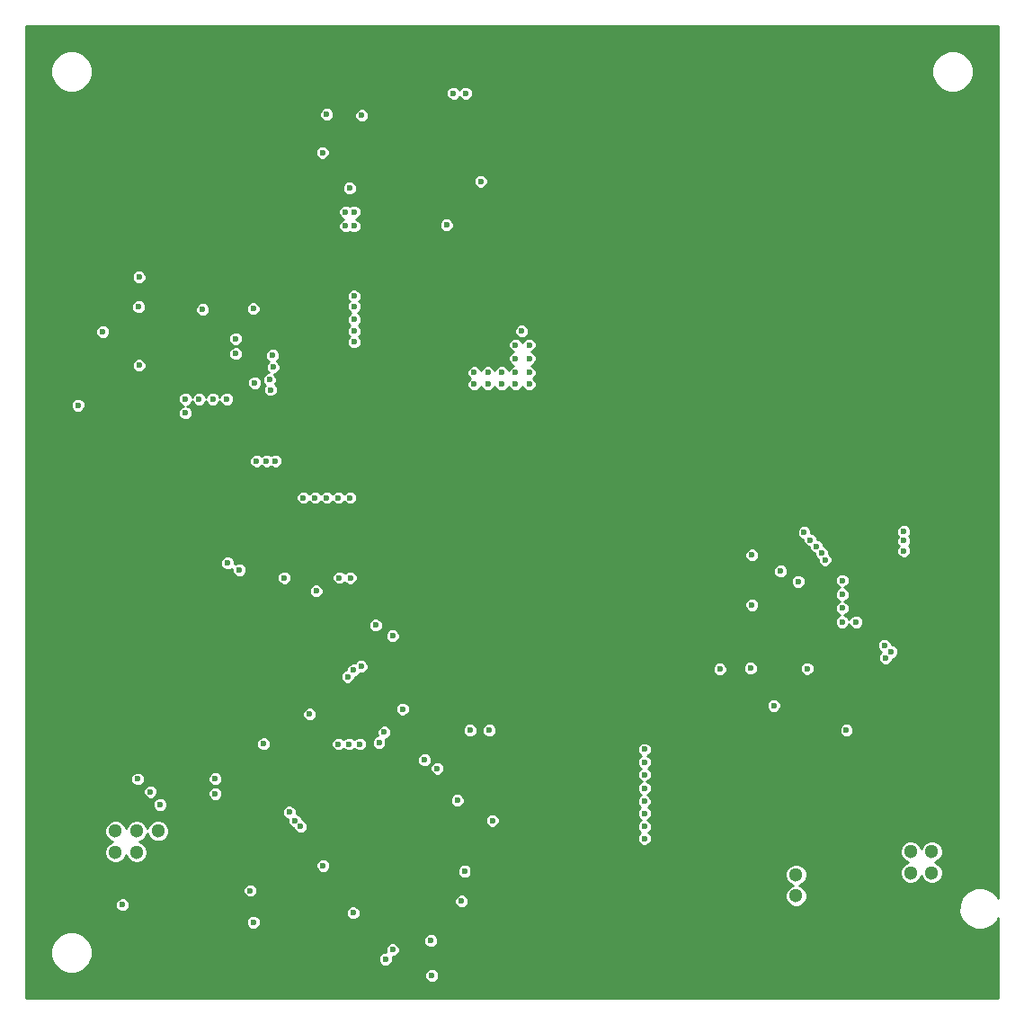
<source format=gbr>
G04 #@! TF.FileFunction,Copper,L2,Inr,Signal*
%FSLAX46Y46*%
G04 Gerber Fmt 4.6, Leading zero omitted, Abs format (unit mm)*
G04 Created by KiCad (PCBNEW 4.0.2-1.fc23-product) date Fri 22 Apr 2016 01:08:18 PM EEST*
%MOMM*%
G01*
G04 APERTURE LIST*
%ADD10C,0.100000*%
%ADD11C,0.600000*%
%ADD12R,1.300000X1.300000*%
%ADD13C,1.300000*%
%ADD14C,0.400000*%
%ADD15C,0.250000*%
G04 APERTURE END LIST*
D10*
D11*
X158800000Y-82100000D03*
X159700000Y-90700000D03*
X156100000Y-92900000D03*
X156100000Y-85300000D03*
X155500000Y-78500000D03*
X147600000Y-78200000D03*
X147400000Y-73700000D03*
X156800000Y-72700000D03*
X155600000Y-64500000D03*
X151700000Y-68900000D03*
X149200000Y-62200000D03*
X122700000Y-128800000D03*
X124200000Y-132800000D03*
X122700000Y-131300000D03*
X142600000Y-67200000D03*
X143700000Y-67200000D03*
X143700000Y-66000000D03*
X142600000Y-66000000D03*
X127800000Y-143600000D03*
X181500000Y-138300000D03*
D12*
X177500000Y-135000000D03*
D13*
X177500000Y-137000000D03*
X175500000Y-135000000D03*
X175500000Y-137000000D03*
X173500000Y-135000000D03*
X173500000Y-137000000D03*
D12*
X115400000Y-132900000D03*
D13*
X115400000Y-130900000D03*
X113400000Y-132900000D03*
X113400000Y-130900000D03*
X111400000Y-132900000D03*
X111400000Y-130900000D03*
D12*
X188277620Y-136834336D03*
D13*
X186277620Y-136834336D03*
X188277620Y-134834336D03*
X186277620Y-134834336D03*
X188277620Y-132834336D03*
X186277620Y-132834336D03*
D11*
X191000000Y-81000000D03*
X189500000Y-68000000D03*
X193000000Y-56500000D03*
X177000000Y-61000000D03*
X125000000Y-120500000D03*
X126500000Y-112400000D03*
X117000000Y-109300000D03*
X183500000Y-63500000D03*
X165500000Y-56500000D03*
X176500000Y-69000000D03*
X138500000Y-127000000D03*
X127400000Y-127000000D03*
X133000000Y-127500000D03*
X183000000Y-72500000D03*
X169500000Y-62000000D03*
X136000000Y-128500000D03*
X134500000Y-132500000D03*
X106900000Y-108500000D03*
X190000000Y-90000000D03*
X128000000Y-133000000D03*
X110300000Y-113600000D03*
X107500000Y-121000000D03*
X172000000Y-89500000D03*
X142000000Y-56000000D03*
X121100000Y-70850000D03*
X135000000Y-135500000D03*
X114500000Y-119300000D03*
X107000000Y-127500000D03*
X179000000Y-86500000D03*
X167000000Y-85000000D03*
X139500000Y-104000000D03*
X108500000Y-79500000D03*
X109000000Y-96000000D03*
X135500000Y-107500000D03*
X133200000Y-112300000D03*
X130000000Y-138000000D03*
X115500000Y-125000000D03*
X107500000Y-133400000D03*
X179000000Y-78500000D03*
X193500000Y-99500000D03*
X110000000Y-75000000D03*
X123000000Y-100000000D03*
X110000000Y-99500000D03*
X139500000Y-112600000D03*
X126500000Y-118900000D03*
X174500000Y-97000000D03*
X154600000Y-105000000D03*
X152000000Y-101400000D03*
X145600000Y-110200000D03*
X146600000Y-106000000D03*
X163700000Y-113000000D03*
X150900000Y-128200000D03*
X159500000Y-100000000D03*
X189500000Y-128900000D03*
X192800000Y-133900000D03*
X166000000Y-134800000D03*
X143900000Y-100600000D03*
X157400000Y-107500000D03*
X148900000Y-121500000D03*
X152800000Y-125800000D03*
X183000000Y-94500000D03*
X191400000Y-110900000D03*
X187000000Y-113700000D03*
X193400000Y-119400000D03*
X186100000Y-139000000D03*
X157000000Y-114500000D03*
X165100000Y-118900000D03*
X144600000Y-119300000D03*
X155900000Y-134100000D03*
X157100000Y-142900000D03*
X163500000Y-141000000D03*
X175900000Y-143800000D03*
X192000000Y-144500000D03*
X148500000Y-144000000D03*
X104500000Y-145500000D03*
X114000000Y-140900000D03*
X104500000Y-139500000D03*
X110000000Y-145500000D03*
X134000000Y-142500000D03*
X114500000Y-70500000D03*
X103600000Y-63000000D03*
X109400000Y-69500000D03*
X120800000Y-64300000D03*
X120500000Y-58000000D03*
X103500000Y-56000000D03*
X114500000Y-58000000D03*
X124500000Y-60500000D03*
X114500000Y-66150000D03*
X119800000Y-131900000D03*
X122300000Y-135000000D03*
X131700000Y-121300000D03*
X123200000Y-117300000D03*
X115900000Y-137200000D03*
X115234760Y-85181328D03*
X116334760Y-85181328D03*
X117434760Y-85181328D03*
X115234760Y-84081328D03*
X116334760Y-84081328D03*
X117434760Y-84081328D03*
X115234760Y-82981328D03*
X116334760Y-82981328D03*
X117434760Y-82981328D03*
X174859692Y-114005988D03*
X174859692Y-112905988D03*
X174859692Y-111805988D03*
X173759692Y-114005988D03*
X173759692Y-112905988D03*
X173759692Y-111805988D03*
X172659692Y-114005988D03*
X172659692Y-112905988D03*
X172659692Y-111805988D03*
D14*
X139322380Y-76231328D03*
X140022380Y-76231328D03*
X140022380Y-76931328D03*
X139322380Y-76931328D03*
D11*
X183350000Y-109200000D03*
X123725295Y-95244155D03*
X184857010Y-105482732D03*
X141521651Y-81902823D03*
X139730000Y-143280000D03*
X160400000Y-75200000D03*
X160400000Y-78200000D03*
X128260000Y-82600000D03*
X128260000Y-88600000D03*
X132900000Y-94900000D03*
X139000000Y-94900000D03*
X145000000Y-94900000D03*
X151000000Y-94900000D03*
X157000000Y-94900000D03*
X161740000Y-88700000D03*
X161740000Y-82700000D03*
X128260000Y-64500000D03*
X128260000Y-70600000D03*
X127100000Y-75200000D03*
X129400000Y-78100000D03*
X161740000Y-70500000D03*
X161740000Y-64600000D03*
X157000000Y-58270000D03*
X151000000Y-58270000D03*
X144900000Y-58270000D03*
X139000000Y-58270000D03*
X133000000Y-58265000D03*
X152700000Y-74100000D03*
X151500000Y-74100000D03*
X150300000Y-74100000D03*
X142324688Y-128938730D03*
X163700000Y-77900000D03*
X163700000Y-75200000D03*
X169379259Y-100020741D03*
X167900000Y-101400000D03*
X169300000Y-97200000D03*
X167900000Y-98600000D03*
X167900000Y-95900000D03*
X166500000Y-97220741D03*
X165100000Y-98599994D03*
X165100000Y-95900000D03*
X163700000Y-97200000D03*
X163700000Y-100000000D03*
X165100000Y-101400000D03*
X146460000Y-74450000D03*
X142551328Y-69781328D03*
X174929692Y-122335988D03*
X169210000Y-77980000D03*
X169100000Y-75200000D03*
X165100000Y-74100000D03*
X166500000Y-75180000D03*
X167900000Y-74100000D03*
X167900000Y-76700000D03*
X167900000Y-79000000D03*
X166500000Y-77980000D03*
X165100000Y-79000000D03*
X126100000Y-94400000D03*
X179924769Y-112560741D03*
X145100000Y-134800000D03*
X139800000Y-134000000D03*
X136200000Y-141700000D03*
X146600000Y-128600000D03*
X142900000Y-139300000D03*
X140512580Y-120450000D03*
X140512580Y-121690000D03*
X123370000Y-124830000D03*
X149500000Y-135700000D03*
X143410000Y-143620000D03*
X143410000Y-142190000D03*
X120690000Y-137410000D03*
X123690000Y-138340000D03*
X121130000Y-139660000D03*
X126480000Y-121440000D03*
X150210000Y-124410000D03*
X150210000Y-125700000D03*
X146600000Y-127100000D03*
X146600000Y-125760000D03*
X148600000Y-140500000D03*
X174924769Y-106560741D03*
X123400000Y-85200000D03*
X186739692Y-111105988D03*
X186739692Y-108905988D03*
X186739692Y-107405988D03*
X186739692Y-105505988D03*
X133160000Y-65940000D03*
X134810000Y-68440000D03*
X137820000Y-69700000D03*
X106958044Y-85481328D03*
X135572380Y-71215664D03*
X136272384Y-71215664D03*
X138272380Y-70915664D03*
X138272380Y-71615664D03*
X141572380Y-71515664D03*
X140272380Y-71515664D03*
X129772380Y-73815664D03*
X129772380Y-72615664D03*
X168539692Y-103865988D03*
X169459692Y-102645988D03*
X170389692Y-102635988D03*
X171419692Y-103765988D03*
X109892380Y-82805664D03*
X110162380Y-81875664D03*
X111522380Y-80245664D03*
X116312380Y-76555664D03*
X114532380Y-76885664D03*
X115372380Y-77145664D03*
X126532380Y-79835664D03*
X125432380Y-81895664D03*
X126572380Y-81105664D03*
X119832380Y-93615664D03*
X123762380Y-97085664D03*
X121732380Y-97065664D03*
X118132380Y-97065664D03*
X120212380Y-97065664D03*
X174069692Y-121325988D03*
X177918897Y-109515193D03*
X171639692Y-106505988D03*
X172339692Y-106505988D03*
X173039692Y-106505988D03*
X165439692Y-105905988D03*
X165439692Y-104205988D03*
X167603897Y-109385398D03*
X166319692Y-112845988D03*
X166669692Y-113855988D03*
X166889692Y-115665988D03*
X166669692Y-114795988D03*
X170629692Y-118765988D03*
X170019692Y-117775988D03*
X172419692Y-119455988D03*
X171689692Y-119005988D03*
X174239692Y-119655988D03*
X176147099Y-117385398D03*
X179109692Y-121155988D03*
X179109692Y-120305988D03*
X182939692Y-116005988D03*
X184439692Y-117205988D03*
X179639692Y-115205988D03*
X179639692Y-116205988D03*
X180639692Y-102005988D03*
X182439692Y-102005988D03*
X181539692Y-101005988D03*
X137372380Y-77715664D03*
X137412380Y-76005664D03*
X140672380Y-82815664D03*
X138172380Y-84115664D03*
X138872380Y-83415664D03*
X137572380Y-83415664D03*
X138872380Y-84815664D03*
X137572380Y-84815664D03*
X139572380Y-88815664D03*
X139572380Y-87515664D03*
X140872380Y-87515664D03*
X140872380Y-88815664D03*
X142172380Y-88815664D03*
X143872380Y-84075664D03*
X143872380Y-84815664D03*
X143872380Y-83315664D03*
X132672380Y-79115664D03*
X131872380Y-79115664D03*
X119822380Y-77915664D03*
X110472380Y-81115664D03*
X108922380Y-89515664D03*
X108172380Y-89515664D03*
X112922380Y-89765664D03*
X114022380Y-89765664D03*
X116622380Y-90265664D03*
X119622380Y-88465664D03*
X122672380Y-81865664D03*
X122672380Y-83615666D03*
X122672380Y-82765664D03*
X124072380Y-74915664D03*
X123272380Y-75715664D03*
X124922380Y-75715664D03*
X125372380Y-79065664D03*
X111852380Y-86585664D03*
X107982380Y-84505664D03*
X109582380Y-84655664D03*
X112052380Y-94695664D03*
X113062380Y-93265664D03*
X125350799Y-122678716D03*
X145800000Y-69700000D03*
X144300000Y-134700000D03*
X144000000Y-137500000D03*
X141200000Y-144500000D03*
X141100000Y-141200000D03*
X124400000Y-139500000D03*
X143600000Y-128000000D03*
X133460000Y-70350000D03*
X144800000Y-121400000D03*
X146600000Y-121400000D03*
X133900000Y-83800000D03*
X133900000Y-82700000D03*
X133900000Y-81500000D03*
X144380000Y-61420000D03*
X143210000Y-61420000D03*
X126469336Y-96040664D03*
X125610000Y-96040664D03*
X124680000Y-96040664D03*
X185639692Y-104505988D03*
X185639692Y-103560741D03*
X138440000Y-119400000D03*
X146900000Y-129900000D03*
X142572380Y-73815664D03*
X133872380Y-72615664D03*
X133872380Y-73915664D03*
X133072380Y-73915664D03*
X133072380Y-72615664D03*
X133872380Y-84815664D03*
X133872380Y-80515664D03*
X149672380Y-83815664D03*
X150372380Y-85115664D03*
X149072380Y-85115664D03*
X150372380Y-86415664D03*
X149072380Y-86415664D03*
X150372380Y-88815664D03*
X150372380Y-87715664D03*
X149072380Y-87715664D03*
X149072380Y-88815664D03*
X147772380Y-88815664D03*
X147772380Y-87715664D03*
X146472380Y-87715664D03*
X146472380Y-88815664D03*
X145172380Y-88815664D03*
X145172380Y-87715664D03*
X185639692Y-102675664D03*
X171214769Y-115560741D03*
X110201813Y-83858646D03*
X175705282Y-107405988D03*
X174039692Y-106405988D03*
X171339692Y-109605988D03*
X171339692Y-104905988D03*
X168309692Y-115645988D03*
X173389692Y-119085988D03*
X180239692Y-121405988D03*
X176539692Y-115605988D03*
X179839692Y-107305988D03*
X181139692Y-111205988D03*
X179839692Y-108605988D03*
X179839692Y-109905988D03*
X179839692Y-111205988D03*
X117972380Y-91515664D03*
X121872380Y-90215664D03*
X120572380Y-90215664D03*
X117972380Y-90215664D03*
X119272380Y-90215664D03*
X113572380Y-81515664D03*
X113622380Y-78715664D03*
X124372380Y-81715664D03*
X119602380Y-81765664D03*
X122722380Y-85945664D03*
X122712380Y-84525664D03*
X113622380Y-87045664D03*
X107872380Y-90815664D03*
X115600000Y-128400000D03*
X128830000Y-130480000D03*
X112060000Y-137840000D03*
X124100000Y-136500000D03*
X114700000Y-127200000D03*
X128280350Y-129902590D03*
X113500000Y-126000000D03*
X127770000Y-129130000D03*
X134600000Y-63500000D03*
X137501529Y-142081824D03*
X136846035Y-142960187D03*
X131300000Y-63400000D03*
X134531438Y-115381147D03*
X134400000Y-122700000D03*
X133822590Y-115737312D03*
X133400000Y-122700000D03*
X133269999Y-116352228D03*
X132400000Y-122700000D03*
X120800219Y-125974604D03*
X120800000Y-127389990D03*
X121970000Y-105650000D03*
X141700000Y-125000000D03*
X123060000Y-106300000D03*
X140500000Y-124200000D03*
X129679825Y-119885736D03*
X130900000Y-67000000D03*
X137500000Y-112500000D03*
X136710000Y-121590000D03*
X135915981Y-111515981D03*
X136215980Y-122590000D03*
X132484790Y-107036822D03*
X127300000Y-107050000D03*
X133512010Y-107052531D03*
X130949027Y-134150973D03*
X133800000Y-138600000D03*
X130300000Y-108300000D03*
X161219259Y-123204769D03*
X183924769Y-114578988D03*
X161219259Y-124424769D03*
X184446682Y-114001580D03*
X161229259Y-125584769D03*
X183810224Y-113420168D03*
X178224769Y-105360741D03*
X161219261Y-126874769D03*
X161209547Y-128094481D03*
X177888285Y-104687772D03*
X177416201Y-104101902D03*
X161219259Y-129244769D03*
X176838791Y-103480741D03*
X161219259Y-130454769D03*
X161229259Y-131604769D03*
X176261381Y-102765709D03*
X129100000Y-99500000D03*
X124496079Y-88688299D03*
X130200000Y-99500000D03*
X125993564Y-89341009D03*
X131300000Y-99500000D03*
X125900000Y-88400000D03*
X132400000Y-99500000D03*
X126234534Y-87185075D03*
X133500000Y-99500000D03*
X126200000Y-86100000D03*
D15*
G36*
X194550000Y-137243501D02*
X194475300Y-137062714D01*
X193920209Y-136506652D01*
X193194575Y-136205343D01*
X192408872Y-136204657D01*
X191682714Y-136504700D01*
X191126652Y-137059791D01*
X190825343Y-137785425D01*
X190824657Y-138571128D01*
X191124700Y-139297286D01*
X191679791Y-139853348D01*
X192405425Y-140154657D01*
X193191128Y-140155343D01*
X193917286Y-139855300D01*
X194473348Y-139300209D01*
X194550000Y-139115610D01*
X194550000Y-146650000D01*
X102950000Y-146650000D01*
X102950000Y-144633677D01*
X140524883Y-144633677D01*
X140627429Y-144881857D01*
X140817144Y-145071903D01*
X141065145Y-145174883D01*
X141333677Y-145175117D01*
X141581857Y-145072571D01*
X141771903Y-144882856D01*
X141874883Y-144634855D01*
X141875117Y-144366323D01*
X141772571Y-144118143D01*
X141582856Y-143928097D01*
X141334855Y-143825117D01*
X141066323Y-143824883D01*
X140818143Y-143927429D01*
X140628097Y-144117144D01*
X140525117Y-144365145D01*
X140524883Y-144633677D01*
X102950000Y-144633677D01*
X102950000Y-142741128D01*
X105274657Y-142741128D01*
X105574700Y-143467286D01*
X106129791Y-144023348D01*
X106855425Y-144324657D01*
X107641128Y-144325343D01*
X108367286Y-144025300D01*
X108923348Y-143470209D01*
X109079619Y-143093864D01*
X136170918Y-143093864D01*
X136273464Y-143342044D01*
X136463179Y-143532090D01*
X136711180Y-143635070D01*
X136979712Y-143635304D01*
X137227892Y-143532758D01*
X137417938Y-143343043D01*
X137520918Y-143095042D01*
X137521152Y-142826510D01*
X137492355Y-142756817D01*
X137635206Y-142756941D01*
X137883386Y-142654395D01*
X138073432Y-142464680D01*
X138176412Y-142216679D01*
X138176646Y-141948147D01*
X138074100Y-141699967D01*
X137884385Y-141509921D01*
X137636384Y-141406941D01*
X137367852Y-141406707D01*
X137119672Y-141509253D01*
X136929626Y-141698968D01*
X136826646Y-141946969D01*
X136826412Y-142215501D01*
X136855209Y-142285194D01*
X136712358Y-142285070D01*
X136464178Y-142387616D01*
X136274132Y-142577331D01*
X136171152Y-142825332D01*
X136170918Y-143093864D01*
X109079619Y-143093864D01*
X109224657Y-142744575D01*
X109225343Y-141958872D01*
X108967018Y-141333677D01*
X140424883Y-141333677D01*
X140527429Y-141581857D01*
X140717144Y-141771903D01*
X140965145Y-141874883D01*
X141233677Y-141875117D01*
X141481857Y-141772571D01*
X141671903Y-141582856D01*
X141774883Y-141334855D01*
X141775117Y-141066323D01*
X141672571Y-140818143D01*
X141482856Y-140628097D01*
X141234855Y-140525117D01*
X140966323Y-140524883D01*
X140718143Y-140627429D01*
X140528097Y-140817144D01*
X140425117Y-141065145D01*
X140424883Y-141333677D01*
X108967018Y-141333677D01*
X108925300Y-141232714D01*
X108370209Y-140676652D01*
X107644575Y-140375343D01*
X106858872Y-140374657D01*
X106132714Y-140674700D01*
X105576652Y-141229791D01*
X105275343Y-141955425D01*
X105274657Y-142741128D01*
X102950000Y-142741128D01*
X102950000Y-139633677D01*
X123724883Y-139633677D01*
X123827429Y-139881857D01*
X124017144Y-140071903D01*
X124265145Y-140174883D01*
X124533677Y-140175117D01*
X124781857Y-140072571D01*
X124971903Y-139882856D01*
X125074883Y-139634855D01*
X125075117Y-139366323D01*
X124972571Y-139118143D01*
X124782856Y-138928097D01*
X124534855Y-138825117D01*
X124266323Y-138824883D01*
X124018143Y-138927429D01*
X123828097Y-139117144D01*
X123725117Y-139365145D01*
X123724883Y-139633677D01*
X102950000Y-139633677D01*
X102950000Y-138733677D01*
X133124883Y-138733677D01*
X133227429Y-138981857D01*
X133417144Y-139171903D01*
X133665145Y-139274883D01*
X133933677Y-139275117D01*
X134181857Y-139172571D01*
X134371903Y-138982856D01*
X134474883Y-138734855D01*
X134475117Y-138466323D01*
X134372571Y-138218143D01*
X134182856Y-138028097D01*
X133934855Y-137925117D01*
X133666323Y-137924883D01*
X133418143Y-138027429D01*
X133228097Y-138217144D01*
X133125117Y-138465145D01*
X133124883Y-138733677D01*
X102950000Y-138733677D01*
X102950000Y-137973677D01*
X111384883Y-137973677D01*
X111487429Y-138221857D01*
X111677144Y-138411903D01*
X111925145Y-138514883D01*
X112193677Y-138515117D01*
X112441857Y-138412571D01*
X112631903Y-138222856D01*
X112734883Y-137974855D01*
X112735117Y-137706323D01*
X112705101Y-137633677D01*
X143324883Y-137633677D01*
X143427429Y-137881857D01*
X143617144Y-138071903D01*
X143865145Y-138174883D01*
X144133677Y-138175117D01*
X144381857Y-138072571D01*
X144571903Y-137882856D01*
X144674883Y-137634855D01*
X144675117Y-137366323D01*
X144572571Y-137118143D01*
X144382856Y-136928097D01*
X144134855Y-136825117D01*
X143866323Y-136824883D01*
X143618143Y-136927429D01*
X143428097Y-137117144D01*
X143325117Y-137365145D01*
X143324883Y-137633677D01*
X112705101Y-137633677D01*
X112632571Y-137458143D01*
X112442856Y-137268097D01*
X112194855Y-137165117D01*
X111926323Y-137164883D01*
X111678143Y-137267429D01*
X111488097Y-137457144D01*
X111385117Y-137705145D01*
X111384883Y-137973677D01*
X102950000Y-137973677D01*
X102950000Y-136633677D01*
X123424883Y-136633677D01*
X123527429Y-136881857D01*
X123717144Y-137071903D01*
X123965145Y-137174883D01*
X124233677Y-137175117D01*
X124481857Y-137072571D01*
X124671903Y-136882856D01*
X124774883Y-136634855D01*
X124775117Y-136366323D01*
X124672571Y-136118143D01*
X124482856Y-135928097D01*
X124234855Y-135825117D01*
X123966323Y-135824883D01*
X123718143Y-135927429D01*
X123528097Y-136117144D01*
X123425117Y-136365145D01*
X123424883Y-136633677D01*
X102950000Y-136633677D01*
X102950000Y-134833677D01*
X143624883Y-134833677D01*
X143727429Y-135081857D01*
X143917144Y-135271903D01*
X144165145Y-135374883D01*
X144433677Y-135375117D01*
X144681857Y-135272571D01*
X144751558Y-135202991D01*
X174474822Y-135202991D01*
X174630541Y-135579857D01*
X174918626Y-135868446D01*
X175235757Y-136000131D01*
X174920143Y-136130541D01*
X174631554Y-136418626D01*
X174475178Y-136795220D01*
X174474822Y-137202991D01*
X174630541Y-137579857D01*
X174918626Y-137868446D01*
X175295220Y-138024822D01*
X175702991Y-138025178D01*
X176079857Y-137869459D01*
X176368446Y-137581374D01*
X176524822Y-137204780D01*
X176525178Y-136797009D01*
X176369459Y-136420143D01*
X176081374Y-136131554D01*
X175764243Y-135999869D01*
X176079857Y-135869459D01*
X176368446Y-135581374D01*
X176524822Y-135204780D01*
X176525178Y-134797009D01*
X176369459Y-134420143D01*
X176081374Y-134131554D01*
X175704780Y-133975178D01*
X175297009Y-133974822D01*
X174920143Y-134130541D01*
X174631554Y-134418626D01*
X174475178Y-134795220D01*
X174474822Y-135202991D01*
X144751558Y-135202991D01*
X144871903Y-135082856D01*
X144974883Y-134834855D01*
X144975117Y-134566323D01*
X144872571Y-134318143D01*
X144682856Y-134128097D01*
X144434855Y-134025117D01*
X144166323Y-134024883D01*
X143918143Y-134127429D01*
X143728097Y-134317144D01*
X143625117Y-134565145D01*
X143624883Y-134833677D01*
X102950000Y-134833677D01*
X102950000Y-134284650D01*
X130273910Y-134284650D01*
X130376456Y-134532830D01*
X130566171Y-134722876D01*
X130814172Y-134825856D01*
X131082704Y-134826090D01*
X131330884Y-134723544D01*
X131520930Y-134533829D01*
X131623910Y-134285828D01*
X131624144Y-134017296D01*
X131521598Y-133769116D01*
X131331883Y-133579070D01*
X131083882Y-133476090D01*
X130815350Y-133475856D01*
X130567170Y-133578402D01*
X130377124Y-133768117D01*
X130274144Y-134016118D01*
X130273910Y-134284650D01*
X102950000Y-134284650D01*
X102950000Y-131102991D01*
X110374822Y-131102991D01*
X110530541Y-131479857D01*
X110818626Y-131768446D01*
X111135757Y-131900131D01*
X110820143Y-132030541D01*
X110531554Y-132318626D01*
X110375178Y-132695220D01*
X110374822Y-133102991D01*
X110530541Y-133479857D01*
X110818626Y-133768446D01*
X111195220Y-133924822D01*
X111602991Y-133925178D01*
X111979857Y-133769459D01*
X112268446Y-133481374D01*
X112400131Y-133164243D01*
X112530541Y-133479857D01*
X112818626Y-133768446D01*
X113195220Y-133924822D01*
X113602991Y-133925178D01*
X113979857Y-133769459D01*
X114268446Y-133481374D01*
X114424822Y-133104780D01*
X114424880Y-133037327D01*
X185252442Y-133037327D01*
X185408161Y-133414193D01*
X185696246Y-133702782D01*
X186013377Y-133834467D01*
X185697763Y-133964877D01*
X185409174Y-134252962D01*
X185252798Y-134629556D01*
X185252442Y-135037327D01*
X185408161Y-135414193D01*
X185696246Y-135702782D01*
X186072840Y-135859158D01*
X186480611Y-135859514D01*
X186857477Y-135703795D01*
X187146066Y-135415710D01*
X187277751Y-135098579D01*
X187408161Y-135414193D01*
X187696246Y-135702782D01*
X188072840Y-135859158D01*
X188480611Y-135859514D01*
X188857477Y-135703795D01*
X189146066Y-135415710D01*
X189302442Y-135039116D01*
X189302798Y-134631345D01*
X189147079Y-134254479D01*
X188858994Y-133965890D01*
X188541863Y-133834205D01*
X188857477Y-133703795D01*
X189146066Y-133415710D01*
X189302442Y-133039116D01*
X189302798Y-132631345D01*
X189147079Y-132254479D01*
X188858994Y-131965890D01*
X188482400Y-131809514D01*
X188074629Y-131809158D01*
X187697763Y-131964877D01*
X187409174Y-132252962D01*
X187277489Y-132570093D01*
X187147079Y-132254479D01*
X186858994Y-131965890D01*
X186482400Y-131809514D01*
X186074629Y-131809158D01*
X185697763Y-131964877D01*
X185409174Y-132252962D01*
X185252798Y-132629556D01*
X185252442Y-133037327D01*
X114424880Y-133037327D01*
X114425178Y-132697009D01*
X114269459Y-132320143D01*
X113981374Y-132031554D01*
X113664243Y-131899869D01*
X113979857Y-131769459D01*
X114268446Y-131481374D01*
X114400131Y-131164243D01*
X114530541Y-131479857D01*
X114818626Y-131768446D01*
X115195220Y-131924822D01*
X115602991Y-131925178D01*
X115979857Y-131769459D01*
X116268446Y-131481374D01*
X116424822Y-131104780D01*
X116425178Y-130697009D01*
X116269459Y-130320143D01*
X115981374Y-130031554D01*
X115604780Y-129875178D01*
X115197009Y-129874822D01*
X114820143Y-130030541D01*
X114531554Y-130318626D01*
X114399869Y-130635757D01*
X114269459Y-130320143D01*
X113981374Y-130031554D01*
X113604780Y-129875178D01*
X113197009Y-129874822D01*
X112820143Y-130030541D01*
X112531554Y-130318626D01*
X112399869Y-130635757D01*
X112269459Y-130320143D01*
X111981374Y-130031554D01*
X111604780Y-129875178D01*
X111197009Y-129874822D01*
X110820143Y-130030541D01*
X110531554Y-130318626D01*
X110375178Y-130695220D01*
X110374822Y-131102991D01*
X102950000Y-131102991D01*
X102950000Y-129263677D01*
X127094883Y-129263677D01*
X127197429Y-129511857D01*
X127387144Y-129701903D01*
X127605445Y-129792551D01*
X127605233Y-130036267D01*
X127707779Y-130284447D01*
X127897494Y-130474493D01*
X128145495Y-130577473D01*
X128154915Y-130577481D01*
X128154883Y-130613677D01*
X128257429Y-130861857D01*
X128447144Y-131051903D01*
X128695145Y-131154883D01*
X128963677Y-131155117D01*
X129211857Y-131052571D01*
X129401903Y-130862856D01*
X129504883Y-130614855D01*
X129505117Y-130346323D01*
X129402571Y-130098143D01*
X129338218Y-130033677D01*
X146224883Y-130033677D01*
X146327429Y-130281857D01*
X146517144Y-130471903D01*
X146765145Y-130574883D01*
X147033677Y-130575117D01*
X147281857Y-130472571D01*
X147471903Y-130282856D01*
X147574883Y-130034855D01*
X147575117Y-129766323D01*
X147472571Y-129518143D01*
X147282856Y-129328097D01*
X147034855Y-129225117D01*
X146766323Y-129224883D01*
X146518143Y-129327429D01*
X146328097Y-129517144D01*
X146225117Y-129765145D01*
X146224883Y-130033677D01*
X129338218Y-130033677D01*
X129212856Y-129908097D01*
X128964855Y-129805117D01*
X128955435Y-129805109D01*
X128955467Y-129768913D01*
X128852921Y-129520733D01*
X128663206Y-129330687D01*
X128444905Y-129240039D01*
X128445117Y-128996323D01*
X128342571Y-128748143D01*
X128152856Y-128558097D01*
X127904855Y-128455117D01*
X127636323Y-128454883D01*
X127388143Y-128557429D01*
X127198097Y-128747144D01*
X127095117Y-128995145D01*
X127094883Y-129263677D01*
X102950000Y-129263677D01*
X102950000Y-128533677D01*
X114924883Y-128533677D01*
X115027429Y-128781857D01*
X115217144Y-128971903D01*
X115465145Y-129074883D01*
X115733677Y-129075117D01*
X115981857Y-128972571D01*
X116171903Y-128782856D01*
X116274883Y-128534855D01*
X116275117Y-128266323D01*
X116220309Y-128133677D01*
X142924883Y-128133677D01*
X143027429Y-128381857D01*
X143217144Y-128571903D01*
X143465145Y-128674883D01*
X143733677Y-128675117D01*
X143981857Y-128572571D01*
X144171903Y-128382856D01*
X144236139Y-128228158D01*
X160534430Y-128228158D01*
X160636976Y-128476338D01*
X160826691Y-128666384D01*
X160839051Y-128671517D01*
X160837402Y-128672198D01*
X160647356Y-128861913D01*
X160544376Y-129109914D01*
X160544142Y-129378446D01*
X160646688Y-129626626D01*
X160836403Y-129816672D01*
X160915998Y-129849723D01*
X160837402Y-129882198D01*
X160647356Y-130071913D01*
X160544376Y-130319914D01*
X160544142Y-130588446D01*
X160646688Y-130836626D01*
X160836403Y-131026672D01*
X160848559Y-131031720D01*
X160847402Y-131032198D01*
X160657356Y-131221913D01*
X160554376Y-131469914D01*
X160554142Y-131738446D01*
X160656688Y-131986626D01*
X160846403Y-132176672D01*
X161094404Y-132279652D01*
X161362936Y-132279886D01*
X161611116Y-132177340D01*
X161801162Y-131987625D01*
X161904142Y-131739624D01*
X161904376Y-131471092D01*
X161801830Y-131222912D01*
X161612115Y-131032866D01*
X161599959Y-131027818D01*
X161601116Y-131027340D01*
X161791162Y-130837625D01*
X161894142Y-130589624D01*
X161894376Y-130321092D01*
X161791830Y-130072912D01*
X161602115Y-129882866D01*
X161522520Y-129849815D01*
X161601116Y-129817340D01*
X161791162Y-129627625D01*
X161894142Y-129379624D01*
X161894376Y-129111092D01*
X161791830Y-128862912D01*
X161602115Y-128672866D01*
X161589755Y-128667733D01*
X161591404Y-128667052D01*
X161781450Y-128477337D01*
X161884430Y-128229336D01*
X161884664Y-127960804D01*
X161782118Y-127712624D01*
X161592403Y-127522578D01*
X161505930Y-127486671D01*
X161601118Y-127447340D01*
X161791164Y-127257625D01*
X161894144Y-127009624D01*
X161894378Y-126741092D01*
X161791832Y-126492912D01*
X161602117Y-126302866D01*
X161430941Y-126231787D01*
X161611116Y-126157340D01*
X161801162Y-125967625D01*
X161904142Y-125719624D01*
X161904376Y-125451092D01*
X161801830Y-125202912D01*
X161612115Y-125012866D01*
X161587888Y-125002806D01*
X161601116Y-124997340D01*
X161791162Y-124807625D01*
X161894142Y-124559624D01*
X161894376Y-124291092D01*
X161791830Y-124042912D01*
X161602115Y-123852866D01*
X161510449Y-123814803D01*
X161601116Y-123777340D01*
X161791162Y-123587625D01*
X161894142Y-123339624D01*
X161894376Y-123071092D01*
X161791830Y-122822912D01*
X161602115Y-122632866D01*
X161354114Y-122529886D01*
X161085582Y-122529652D01*
X160837402Y-122632198D01*
X160647356Y-122821913D01*
X160544376Y-123069914D01*
X160544142Y-123338446D01*
X160646688Y-123586626D01*
X160836403Y-123776672D01*
X160928069Y-123814735D01*
X160837402Y-123852198D01*
X160647356Y-124041913D01*
X160544376Y-124289914D01*
X160544142Y-124558446D01*
X160646688Y-124806626D01*
X160836403Y-124996672D01*
X160860630Y-125006732D01*
X160847402Y-125012198D01*
X160657356Y-125201913D01*
X160554376Y-125449914D01*
X160554142Y-125718446D01*
X160656688Y-125966626D01*
X160846403Y-126156672D01*
X161017579Y-126227751D01*
X160837404Y-126302198D01*
X160647358Y-126491913D01*
X160544378Y-126739914D01*
X160544144Y-127008446D01*
X160646690Y-127256626D01*
X160836405Y-127446672D01*
X160922878Y-127482579D01*
X160827690Y-127521910D01*
X160637644Y-127711625D01*
X160534664Y-127959626D01*
X160534430Y-128228158D01*
X144236139Y-128228158D01*
X144274883Y-128134855D01*
X144275117Y-127866323D01*
X144172571Y-127618143D01*
X143982856Y-127428097D01*
X143734855Y-127325117D01*
X143466323Y-127324883D01*
X143218143Y-127427429D01*
X143028097Y-127617144D01*
X142925117Y-127865145D01*
X142924883Y-128133677D01*
X116220309Y-128133677D01*
X116172571Y-128018143D01*
X115982856Y-127828097D01*
X115734855Y-127725117D01*
X115466323Y-127724883D01*
X115218143Y-127827429D01*
X115028097Y-128017144D01*
X114925117Y-128265145D01*
X114924883Y-128533677D01*
X102950000Y-128533677D01*
X102950000Y-127333677D01*
X114024883Y-127333677D01*
X114127429Y-127581857D01*
X114317144Y-127771903D01*
X114565145Y-127874883D01*
X114833677Y-127875117D01*
X115081857Y-127772571D01*
X115271903Y-127582856D01*
X115296480Y-127523667D01*
X120124883Y-127523667D01*
X120227429Y-127771847D01*
X120417144Y-127961893D01*
X120665145Y-128064873D01*
X120933677Y-128065107D01*
X121181857Y-127962561D01*
X121371903Y-127772846D01*
X121474883Y-127524845D01*
X121475117Y-127256313D01*
X121372571Y-127008133D01*
X121182856Y-126818087D01*
X120934855Y-126715107D01*
X120666323Y-126714873D01*
X120418143Y-126817419D01*
X120228097Y-127007134D01*
X120125117Y-127255135D01*
X120124883Y-127523667D01*
X115296480Y-127523667D01*
X115374883Y-127334855D01*
X115375117Y-127066323D01*
X115272571Y-126818143D01*
X115082856Y-126628097D01*
X114834855Y-126525117D01*
X114566323Y-126524883D01*
X114318143Y-126627429D01*
X114128097Y-126817144D01*
X114025117Y-127065145D01*
X114024883Y-127333677D01*
X102950000Y-127333677D01*
X102950000Y-126133677D01*
X112824883Y-126133677D01*
X112927429Y-126381857D01*
X113117144Y-126571903D01*
X113365145Y-126674883D01*
X113633677Y-126675117D01*
X113881857Y-126572571D01*
X114071903Y-126382856D01*
X114174883Y-126134855D01*
X114174906Y-126108281D01*
X120125102Y-126108281D01*
X120227648Y-126356461D01*
X120417363Y-126546507D01*
X120665364Y-126649487D01*
X120933896Y-126649721D01*
X121182076Y-126547175D01*
X121372122Y-126357460D01*
X121475102Y-126109459D01*
X121475336Y-125840927D01*
X121372790Y-125592747D01*
X121183075Y-125402701D01*
X120935074Y-125299721D01*
X120666542Y-125299487D01*
X120418362Y-125402033D01*
X120228316Y-125591748D01*
X120125336Y-125839749D01*
X120125102Y-126108281D01*
X114174906Y-126108281D01*
X114175117Y-125866323D01*
X114072571Y-125618143D01*
X113882856Y-125428097D01*
X113634855Y-125325117D01*
X113366323Y-125324883D01*
X113118143Y-125427429D01*
X112928097Y-125617144D01*
X112825117Y-125865145D01*
X112824883Y-126133677D01*
X102950000Y-126133677D01*
X102950000Y-125133677D01*
X141024883Y-125133677D01*
X141127429Y-125381857D01*
X141317144Y-125571903D01*
X141565145Y-125674883D01*
X141833677Y-125675117D01*
X142081857Y-125572571D01*
X142271903Y-125382856D01*
X142374883Y-125134855D01*
X142375117Y-124866323D01*
X142272571Y-124618143D01*
X142082856Y-124428097D01*
X141834855Y-124325117D01*
X141566323Y-124324883D01*
X141318143Y-124427429D01*
X141128097Y-124617144D01*
X141025117Y-124865145D01*
X141024883Y-125133677D01*
X102950000Y-125133677D01*
X102950000Y-124333677D01*
X139824883Y-124333677D01*
X139927429Y-124581857D01*
X140117144Y-124771903D01*
X140365145Y-124874883D01*
X140633677Y-124875117D01*
X140881857Y-124772571D01*
X141071903Y-124582856D01*
X141174883Y-124334855D01*
X141175117Y-124066323D01*
X141072571Y-123818143D01*
X140882856Y-123628097D01*
X140634855Y-123525117D01*
X140366323Y-123524883D01*
X140118143Y-123627429D01*
X139928097Y-123817144D01*
X139825117Y-124065145D01*
X139824883Y-124333677D01*
X102950000Y-124333677D01*
X102950000Y-122812393D01*
X124675682Y-122812393D01*
X124778228Y-123060573D01*
X124967943Y-123250619D01*
X125215944Y-123353599D01*
X125484476Y-123353833D01*
X125732656Y-123251287D01*
X125922702Y-123061572D01*
X126017333Y-122833677D01*
X131724883Y-122833677D01*
X131827429Y-123081857D01*
X132017144Y-123271903D01*
X132265145Y-123374883D01*
X132533677Y-123375117D01*
X132781857Y-123272571D01*
X132900040Y-123154594D01*
X133017144Y-123271903D01*
X133265145Y-123374883D01*
X133533677Y-123375117D01*
X133781857Y-123272571D01*
X133900040Y-123154594D01*
X134017144Y-123271903D01*
X134265145Y-123374883D01*
X134533677Y-123375117D01*
X134781857Y-123272571D01*
X134971903Y-123082856D01*
X135074883Y-122834855D01*
X135074979Y-122723677D01*
X135540863Y-122723677D01*
X135643409Y-122971857D01*
X135833124Y-123161903D01*
X136081125Y-123264883D01*
X136349657Y-123265117D01*
X136597837Y-123162571D01*
X136787883Y-122972856D01*
X136890863Y-122724855D01*
X136891097Y-122456323D01*
X136812081Y-122265089D01*
X136843677Y-122265117D01*
X137091857Y-122162571D01*
X137281903Y-121972856D01*
X137384883Y-121724855D01*
X137385049Y-121533677D01*
X144124883Y-121533677D01*
X144227429Y-121781857D01*
X144417144Y-121971903D01*
X144665145Y-122074883D01*
X144933677Y-122075117D01*
X145181857Y-121972571D01*
X145371903Y-121782856D01*
X145474883Y-121534855D01*
X145474884Y-121533677D01*
X145924883Y-121533677D01*
X146027429Y-121781857D01*
X146217144Y-121971903D01*
X146465145Y-122074883D01*
X146733677Y-122075117D01*
X146981857Y-121972571D01*
X147171903Y-121782856D01*
X147272885Y-121539665D01*
X179564575Y-121539665D01*
X179667121Y-121787845D01*
X179856836Y-121977891D01*
X180104837Y-122080871D01*
X180373369Y-122081105D01*
X180621549Y-121978559D01*
X180811595Y-121788844D01*
X180914575Y-121540843D01*
X180914809Y-121272311D01*
X180812263Y-121024131D01*
X180622548Y-120834085D01*
X180374547Y-120731105D01*
X180106015Y-120730871D01*
X179857835Y-120833417D01*
X179667789Y-121023132D01*
X179564809Y-121271133D01*
X179564575Y-121539665D01*
X147272885Y-121539665D01*
X147274883Y-121534855D01*
X147275117Y-121266323D01*
X147172571Y-121018143D01*
X146982856Y-120828097D01*
X146734855Y-120725117D01*
X146466323Y-120724883D01*
X146218143Y-120827429D01*
X146028097Y-121017144D01*
X145925117Y-121265145D01*
X145924883Y-121533677D01*
X145474884Y-121533677D01*
X145475117Y-121266323D01*
X145372571Y-121018143D01*
X145182856Y-120828097D01*
X144934855Y-120725117D01*
X144666323Y-120724883D01*
X144418143Y-120827429D01*
X144228097Y-121017144D01*
X144125117Y-121265145D01*
X144124883Y-121533677D01*
X137385049Y-121533677D01*
X137385117Y-121456323D01*
X137282571Y-121208143D01*
X137092856Y-121018097D01*
X136844855Y-120915117D01*
X136576323Y-120914883D01*
X136328143Y-121017429D01*
X136138097Y-121207144D01*
X136035117Y-121455145D01*
X136034883Y-121723677D01*
X136113899Y-121914911D01*
X136082303Y-121914883D01*
X135834123Y-122017429D01*
X135644077Y-122207144D01*
X135541097Y-122455145D01*
X135540863Y-122723677D01*
X135074979Y-122723677D01*
X135075117Y-122566323D01*
X134972571Y-122318143D01*
X134782856Y-122128097D01*
X134534855Y-122025117D01*
X134266323Y-122024883D01*
X134018143Y-122127429D01*
X133899960Y-122245406D01*
X133782856Y-122128097D01*
X133534855Y-122025117D01*
X133266323Y-122024883D01*
X133018143Y-122127429D01*
X132899960Y-122245406D01*
X132782856Y-122128097D01*
X132534855Y-122025117D01*
X132266323Y-122024883D01*
X132018143Y-122127429D01*
X131828097Y-122317144D01*
X131725117Y-122565145D01*
X131724883Y-122833677D01*
X126017333Y-122833677D01*
X126025682Y-122813571D01*
X126025916Y-122545039D01*
X125923370Y-122296859D01*
X125733655Y-122106813D01*
X125485654Y-122003833D01*
X125217122Y-122003599D01*
X124968942Y-122106145D01*
X124778896Y-122295860D01*
X124675916Y-122543861D01*
X124675682Y-122812393D01*
X102950000Y-122812393D01*
X102950000Y-120019413D01*
X129004708Y-120019413D01*
X129107254Y-120267593D01*
X129296969Y-120457639D01*
X129544970Y-120560619D01*
X129813502Y-120560853D01*
X130061682Y-120458307D01*
X130251728Y-120268592D01*
X130354708Y-120020591D01*
X130354942Y-119752059D01*
X130264709Y-119533677D01*
X137764883Y-119533677D01*
X137867429Y-119781857D01*
X138057144Y-119971903D01*
X138305145Y-120074883D01*
X138573677Y-120075117D01*
X138821857Y-119972571D01*
X139011903Y-119782856D01*
X139114883Y-119534855D01*
X139115117Y-119266323D01*
X139095839Y-119219665D01*
X172714575Y-119219665D01*
X172817121Y-119467845D01*
X173006836Y-119657891D01*
X173254837Y-119760871D01*
X173523369Y-119761105D01*
X173771549Y-119658559D01*
X173961595Y-119468844D01*
X174064575Y-119220843D01*
X174064809Y-118952311D01*
X173962263Y-118704131D01*
X173772548Y-118514085D01*
X173524547Y-118411105D01*
X173256015Y-118410871D01*
X173007835Y-118513417D01*
X172817789Y-118703132D01*
X172714809Y-118951133D01*
X172714575Y-119219665D01*
X139095839Y-119219665D01*
X139012571Y-119018143D01*
X138822856Y-118828097D01*
X138574855Y-118725117D01*
X138306323Y-118724883D01*
X138058143Y-118827429D01*
X137868097Y-119017144D01*
X137765117Y-119265145D01*
X137764883Y-119533677D01*
X130264709Y-119533677D01*
X130252396Y-119503879D01*
X130062681Y-119313833D01*
X129814680Y-119210853D01*
X129546148Y-119210619D01*
X129297968Y-119313165D01*
X129107922Y-119502880D01*
X129004942Y-119750881D01*
X129004708Y-120019413D01*
X102950000Y-120019413D01*
X102950000Y-116485905D01*
X132594882Y-116485905D01*
X132697428Y-116734085D01*
X132887143Y-116924131D01*
X133135144Y-117027111D01*
X133403676Y-117027345D01*
X133651856Y-116924799D01*
X133841902Y-116735084D01*
X133944882Y-116487083D01*
X133944947Y-116412419D01*
X133956267Y-116412429D01*
X134204447Y-116309883D01*
X134394493Y-116120168D01*
X134421117Y-116056051D01*
X134665115Y-116056264D01*
X134913295Y-115953718D01*
X135087651Y-115779665D01*
X167634575Y-115779665D01*
X167737121Y-116027845D01*
X167926836Y-116217891D01*
X168174837Y-116320871D01*
X168443369Y-116321105D01*
X168691549Y-116218559D01*
X168881595Y-116028844D01*
X168984575Y-115780843D01*
X168984650Y-115694418D01*
X170539652Y-115694418D01*
X170642198Y-115942598D01*
X170831913Y-116132644D01*
X171079914Y-116235624D01*
X171348446Y-116235858D01*
X171596626Y-116133312D01*
X171786672Y-115943597D01*
X171871352Y-115739665D01*
X175864575Y-115739665D01*
X175967121Y-115987845D01*
X176156836Y-116177891D01*
X176404837Y-116280871D01*
X176673369Y-116281105D01*
X176921549Y-116178559D01*
X177111595Y-115988844D01*
X177214575Y-115740843D01*
X177214809Y-115472311D01*
X177112263Y-115224131D01*
X176922548Y-115034085D01*
X176674547Y-114931105D01*
X176406015Y-114930871D01*
X176157835Y-115033417D01*
X175967789Y-115223132D01*
X175864809Y-115471133D01*
X175864575Y-115739665D01*
X171871352Y-115739665D01*
X171889652Y-115695596D01*
X171889886Y-115427064D01*
X171787340Y-115178884D01*
X171597625Y-114988838D01*
X171349624Y-114885858D01*
X171081092Y-114885624D01*
X170832912Y-114988170D01*
X170642866Y-115177885D01*
X170539886Y-115425886D01*
X170539652Y-115694418D01*
X168984650Y-115694418D01*
X168984809Y-115512311D01*
X168882263Y-115264131D01*
X168692548Y-115074085D01*
X168444547Y-114971105D01*
X168176015Y-114970871D01*
X167927835Y-115073417D01*
X167737789Y-115263132D01*
X167634809Y-115511133D01*
X167634575Y-115779665D01*
X135087651Y-115779665D01*
X135103341Y-115764003D01*
X135206321Y-115516002D01*
X135206555Y-115247470D01*
X135104009Y-114999290D01*
X134914294Y-114809244D01*
X134666293Y-114706264D01*
X134397761Y-114706030D01*
X134149581Y-114808576D01*
X133959535Y-114998291D01*
X133932911Y-115062408D01*
X133688913Y-115062195D01*
X133440733Y-115164741D01*
X133250687Y-115354456D01*
X133147707Y-115602457D01*
X133147642Y-115677121D01*
X133136322Y-115677111D01*
X132888142Y-115779657D01*
X132698096Y-115969372D01*
X132595116Y-116217373D01*
X132594882Y-116485905D01*
X102950000Y-116485905D01*
X102950000Y-113553845D01*
X183135107Y-113553845D01*
X183237653Y-113802025D01*
X183427368Y-113992071D01*
X183519118Y-114030169D01*
X183352866Y-114196132D01*
X183249886Y-114444133D01*
X183249652Y-114712665D01*
X183352198Y-114960845D01*
X183541913Y-115150891D01*
X183789914Y-115253871D01*
X184058446Y-115254105D01*
X184306626Y-115151559D01*
X184496672Y-114961844D01*
X184599652Y-114713843D01*
X184599691Y-114668709D01*
X184828539Y-114574151D01*
X185018585Y-114384436D01*
X185121565Y-114136435D01*
X185121799Y-113867903D01*
X185019253Y-113619723D01*
X184829538Y-113429677D01*
X184581537Y-113326697D01*
X184485306Y-113326613D01*
X184485341Y-113286491D01*
X184382795Y-113038311D01*
X184193080Y-112848265D01*
X183945079Y-112745285D01*
X183676547Y-112745051D01*
X183428367Y-112847597D01*
X183238321Y-113037312D01*
X183135341Y-113285313D01*
X183135107Y-113553845D01*
X102950000Y-113553845D01*
X102950000Y-112633677D01*
X136824883Y-112633677D01*
X136927429Y-112881857D01*
X137117144Y-113071903D01*
X137365145Y-113174883D01*
X137633677Y-113175117D01*
X137881857Y-113072571D01*
X138071903Y-112882856D01*
X138174883Y-112634855D01*
X138175117Y-112366323D01*
X138072571Y-112118143D01*
X137882856Y-111928097D01*
X137634855Y-111825117D01*
X137366323Y-111824883D01*
X137118143Y-111927429D01*
X136928097Y-112117144D01*
X136825117Y-112365145D01*
X136824883Y-112633677D01*
X102950000Y-112633677D01*
X102950000Y-111649658D01*
X135240864Y-111649658D01*
X135343410Y-111897838D01*
X135533125Y-112087884D01*
X135781126Y-112190864D01*
X136049658Y-112191098D01*
X136297838Y-112088552D01*
X136487884Y-111898837D01*
X136590864Y-111650836D01*
X136591098Y-111382304D01*
X136488552Y-111134124D01*
X136298837Y-110944078D01*
X136050836Y-110841098D01*
X135782304Y-110840864D01*
X135534124Y-110943410D01*
X135344078Y-111133125D01*
X135241098Y-111381126D01*
X135240864Y-111649658D01*
X102950000Y-111649658D01*
X102950000Y-109739665D01*
X170664575Y-109739665D01*
X170767121Y-109987845D01*
X170956836Y-110177891D01*
X171204837Y-110280871D01*
X171473369Y-110281105D01*
X171721549Y-110178559D01*
X171911595Y-109988844D01*
X172014575Y-109740843D01*
X172014809Y-109472311D01*
X171912263Y-109224131D01*
X171722548Y-109034085D01*
X171474547Y-108931105D01*
X171206015Y-108930871D01*
X170957835Y-109033417D01*
X170767789Y-109223132D01*
X170664809Y-109471133D01*
X170664575Y-109739665D01*
X102950000Y-109739665D01*
X102950000Y-108433677D01*
X129624883Y-108433677D01*
X129727429Y-108681857D01*
X129917144Y-108871903D01*
X130165145Y-108974883D01*
X130433677Y-108975117D01*
X130681857Y-108872571D01*
X130871903Y-108682856D01*
X130974883Y-108434855D01*
X130975117Y-108166323D01*
X130872571Y-107918143D01*
X130682856Y-107728097D01*
X130434855Y-107625117D01*
X130166323Y-107624883D01*
X129918143Y-107727429D01*
X129728097Y-107917144D01*
X129625117Y-108165145D01*
X129624883Y-108433677D01*
X102950000Y-108433677D01*
X102950000Y-107183677D01*
X126624883Y-107183677D01*
X126727429Y-107431857D01*
X126917144Y-107621903D01*
X127165145Y-107724883D01*
X127433677Y-107725117D01*
X127681857Y-107622571D01*
X127871903Y-107432856D01*
X127974883Y-107184855D01*
X127974895Y-107170499D01*
X131809673Y-107170499D01*
X131912219Y-107418679D01*
X132101934Y-107608725D01*
X132349935Y-107711705D01*
X132618467Y-107711939D01*
X132866647Y-107609393D01*
X132990609Y-107485647D01*
X133129154Y-107624434D01*
X133377155Y-107727414D01*
X133645687Y-107727648D01*
X133893867Y-107625102D01*
X133979453Y-107539665D01*
X175030165Y-107539665D01*
X175132711Y-107787845D01*
X175322426Y-107977891D01*
X175570427Y-108080871D01*
X175838959Y-108081105D01*
X176087139Y-107978559D01*
X176277185Y-107788844D01*
X176380165Y-107540843D01*
X176380253Y-107439665D01*
X179164575Y-107439665D01*
X179267121Y-107687845D01*
X179456836Y-107877891D01*
X179645070Y-107956053D01*
X179457835Y-108033417D01*
X179267789Y-108223132D01*
X179164809Y-108471133D01*
X179164575Y-108739665D01*
X179267121Y-108987845D01*
X179456836Y-109177891D01*
X179645070Y-109256053D01*
X179457835Y-109333417D01*
X179267789Y-109523132D01*
X179164809Y-109771133D01*
X179164575Y-110039665D01*
X179267121Y-110287845D01*
X179456836Y-110477891D01*
X179645070Y-110556053D01*
X179457835Y-110633417D01*
X179267789Y-110823132D01*
X179164809Y-111071133D01*
X179164575Y-111339665D01*
X179267121Y-111587845D01*
X179456836Y-111777891D01*
X179704837Y-111880871D01*
X179973369Y-111881105D01*
X180221549Y-111778559D01*
X180411595Y-111588844D01*
X180489757Y-111400610D01*
X180567121Y-111587845D01*
X180756836Y-111777891D01*
X181004837Y-111880871D01*
X181273369Y-111881105D01*
X181521549Y-111778559D01*
X181711595Y-111588844D01*
X181814575Y-111340843D01*
X181814809Y-111072311D01*
X181712263Y-110824131D01*
X181522548Y-110634085D01*
X181274547Y-110531105D01*
X181006015Y-110530871D01*
X180757835Y-110633417D01*
X180567789Y-110823132D01*
X180489627Y-111011366D01*
X180412263Y-110824131D01*
X180222548Y-110634085D01*
X180034314Y-110555923D01*
X180221549Y-110478559D01*
X180411595Y-110288844D01*
X180514575Y-110040843D01*
X180514809Y-109772311D01*
X180412263Y-109524131D01*
X180222548Y-109334085D01*
X180034314Y-109255923D01*
X180221549Y-109178559D01*
X180411595Y-108988844D01*
X180514575Y-108740843D01*
X180514809Y-108472311D01*
X180412263Y-108224131D01*
X180222548Y-108034085D01*
X180034314Y-107955923D01*
X180221549Y-107878559D01*
X180411595Y-107688844D01*
X180514575Y-107440843D01*
X180514809Y-107172311D01*
X180412263Y-106924131D01*
X180222548Y-106734085D01*
X179974547Y-106631105D01*
X179706015Y-106630871D01*
X179457835Y-106733417D01*
X179267789Y-106923132D01*
X179164809Y-107171133D01*
X179164575Y-107439665D01*
X176380253Y-107439665D01*
X176380399Y-107272311D01*
X176277853Y-107024131D01*
X176088138Y-106834085D01*
X175840137Y-106731105D01*
X175571605Y-106730871D01*
X175323425Y-106833417D01*
X175133379Y-107023132D01*
X175030399Y-107271133D01*
X175030165Y-107539665D01*
X133979453Y-107539665D01*
X134083913Y-107435387D01*
X134186893Y-107187386D01*
X134187127Y-106918854D01*
X134084581Y-106670674D01*
X133953801Y-106539665D01*
X173364575Y-106539665D01*
X173467121Y-106787845D01*
X173656836Y-106977891D01*
X173904837Y-107080871D01*
X174173369Y-107081105D01*
X174421549Y-106978559D01*
X174611595Y-106788844D01*
X174714575Y-106540843D01*
X174714809Y-106272311D01*
X174612263Y-106024131D01*
X174422548Y-105834085D01*
X174174547Y-105731105D01*
X173906015Y-105730871D01*
X173657835Y-105833417D01*
X173467789Y-106023132D01*
X173364809Y-106271133D01*
X173364575Y-106539665D01*
X133953801Y-106539665D01*
X133894866Y-106480628D01*
X133646865Y-106377648D01*
X133378333Y-106377414D01*
X133130153Y-106479960D01*
X133006191Y-106603706D01*
X132867646Y-106464919D01*
X132619645Y-106361939D01*
X132351113Y-106361705D01*
X132102933Y-106464251D01*
X131912887Y-106653966D01*
X131809907Y-106901967D01*
X131809673Y-107170499D01*
X127974895Y-107170499D01*
X127975117Y-106916323D01*
X127872571Y-106668143D01*
X127682856Y-106478097D01*
X127434855Y-106375117D01*
X127166323Y-106374883D01*
X126918143Y-106477429D01*
X126728097Y-106667144D01*
X126625117Y-106915145D01*
X126624883Y-107183677D01*
X102950000Y-107183677D01*
X102950000Y-105783677D01*
X121294883Y-105783677D01*
X121397429Y-106031857D01*
X121587144Y-106221903D01*
X121835145Y-106324883D01*
X122103677Y-106325117D01*
X122351857Y-106222571D01*
X122385096Y-106189390D01*
X122384883Y-106433677D01*
X122487429Y-106681857D01*
X122677144Y-106871903D01*
X122925145Y-106974883D01*
X123193677Y-106975117D01*
X123441857Y-106872571D01*
X123631903Y-106682856D01*
X123734883Y-106434855D01*
X123735117Y-106166323D01*
X123632571Y-105918143D01*
X123442856Y-105728097D01*
X123194855Y-105625117D01*
X122926323Y-105624883D01*
X122678143Y-105727429D01*
X122644904Y-105760610D01*
X122645117Y-105516323D01*
X122542571Y-105268143D01*
X122352856Y-105078097D01*
X122260303Y-105039665D01*
X170664575Y-105039665D01*
X170767121Y-105287845D01*
X170956836Y-105477891D01*
X171204837Y-105580871D01*
X171473369Y-105581105D01*
X171721549Y-105478559D01*
X171911595Y-105288844D01*
X172014575Y-105040843D01*
X172014809Y-104772311D01*
X171912263Y-104524131D01*
X171722548Y-104334085D01*
X171474547Y-104231105D01*
X171206015Y-104230871D01*
X170957835Y-104333417D01*
X170767789Y-104523132D01*
X170664809Y-104771133D01*
X170664575Y-105039665D01*
X122260303Y-105039665D01*
X122104855Y-104975117D01*
X121836323Y-104974883D01*
X121588143Y-105077429D01*
X121398097Y-105267144D01*
X121295117Y-105515145D01*
X121294883Y-105783677D01*
X102950000Y-105783677D01*
X102950000Y-102899386D01*
X175586264Y-102899386D01*
X175688810Y-103147566D01*
X175878525Y-103337612D01*
X176126526Y-103440592D01*
X176163825Y-103440625D01*
X176163674Y-103614418D01*
X176266220Y-103862598D01*
X176455935Y-104052644D01*
X176703936Y-104155624D01*
X176741154Y-104155656D01*
X176741084Y-104235579D01*
X176843630Y-104483759D01*
X177033345Y-104673805D01*
X177213232Y-104748501D01*
X177213168Y-104821449D01*
X177315714Y-105069629D01*
X177505429Y-105259675D01*
X177549840Y-105278116D01*
X177549652Y-105494418D01*
X177652198Y-105742598D01*
X177841913Y-105932644D01*
X178089914Y-106035624D01*
X178358446Y-106035858D01*
X178606626Y-105933312D01*
X178796672Y-105743597D01*
X178899652Y-105495596D01*
X178899886Y-105227064D01*
X178797340Y-104978884D01*
X178607625Y-104788838D01*
X178563214Y-104770397D01*
X178563402Y-104554095D01*
X178460856Y-104305915D01*
X178271141Y-104115869D01*
X178091254Y-104041173D01*
X178091318Y-103968225D01*
X177988772Y-103720045D01*
X177799057Y-103529999D01*
X177551056Y-103427019D01*
X177513838Y-103426987D01*
X177513908Y-103347064D01*
X177411362Y-103098884D01*
X177221647Y-102908838D01*
X176982034Y-102809341D01*
X184964575Y-102809341D01*
X185067121Y-103057521D01*
X185127636Y-103118142D01*
X185067789Y-103177885D01*
X184964809Y-103425886D01*
X184964575Y-103694418D01*
X185067121Y-103942598D01*
X185157721Y-104033356D01*
X185067789Y-104123132D01*
X184964809Y-104371133D01*
X184964575Y-104639665D01*
X185067121Y-104887845D01*
X185256836Y-105077891D01*
X185504837Y-105180871D01*
X185773369Y-105181105D01*
X186021549Y-105078559D01*
X186211595Y-104888844D01*
X186314575Y-104640843D01*
X186314809Y-104372311D01*
X186212263Y-104124131D01*
X186121663Y-104033373D01*
X186211595Y-103943597D01*
X186314575Y-103695596D01*
X186314809Y-103427064D01*
X186212263Y-103178884D01*
X186151748Y-103118263D01*
X186211595Y-103058520D01*
X186314575Y-102810519D01*
X186314809Y-102541987D01*
X186212263Y-102293807D01*
X186022548Y-102103761D01*
X185774547Y-102000781D01*
X185506015Y-102000547D01*
X185257835Y-102103093D01*
X185067789Y-102292808D01*
X184964809Y-102540809D01*
X184964575Y-102809341D01*
X176982034Y-102809341D01*
X176973646Y-102805858D01*
X176936347Y-102805825D01*
X176936498Y-102632032D01*
X176833952Y-102383852D01*
X176644237Y-102193806D01*
X176396236Y-102090826D01*
X176127704Y-102090592D01*
X175879524Y-102193138D01*
X175689478Y-102382853D01*
X175586498Y-102630854D01*
X175586264Y-102899386D01*
X102950000Y-102899386D01*
X102950000Y-99633677D01*
X128424883Y-99633677D01*
X128527429Y-99881857D01*
X128717144Y-100071903D01*
X128965145Y-100174883D01*
X129233677Y-100175117D01*
X129481857Y-100072571D01*
X129650127Y-99904594D01*
X129817144Y-100071903D01*
X130065145Y-100174883D01*
X130333677Y-100175117D01*
X130581857Y-100072571D01*
X130750127Y-99904594D01*
X130917144Y-100071903D01*
X131165145Y-100174883D01*
X131433677Y-100175117D01*
X131681857Y-100072571D01*
X131850127Y-99904594D01*
X132017144Y-100071903D01*
X132265145Y-100174883D01*
X132533677Y-100175117D01*
X132781857Y-100072571D01*
X132950127Y-99904594D01*
X133117144Y-100071903D01*
X133365145Y-100174883D01*
X133633677Y-100175117D01*
X133881857Y-100072571D01*
X134071903Y-99882856D01*
X134174883Y-99634855D01*
X134175117Y-99366323D01*
X134072571Y-99118143D01*
X133882856Y-98928097D01*
X133634855Y-98825117D01*
X133366323Y-98824883D01*
X133118143Y-98927429D01*
X132949873Y-99095406D01*
X132782856Y-98928097D01*
X132534855Y-98825117D01*
X132266323Y-98824883D01*
X132018143Y-98927429D01*
X131849873Y-99095406D01*
X131682856Y-98928097D01*
X131434855Y-98825117D01*
X131166323Y-98824883D01*
X130918143Y-98927429D01*
X130749873Y-99095406D01*
X130582856Y-98928097D01*
X130334855Y-98825117D01*
X130066323Y-98824883D01*
X129818143Y-98927429D01*
X129649873Y-99095406D01*
X129482856Y-98928097D01*
X129234855Y-98825117D01*
X128966323Y-98824883D01*
X128718143Y-98927429D01*
X128528097Y-99117144D01*
X128425117Y-99365145D01*
X128424883Y-99633677D01*
X102950000Y-99633677D01*
X102950000Y-96174341D01*
X124004883Y-96174341D01*
X124107429Y-96422521D01*
X124297144Y-96612567D01*
X124545145Y-96715547D01*
X124813677Y-96715781D01*
X125061857Y-96613235D01*
X125144979Y-96530258D01*
X125227144Y-96612567D01*
X125475145Y-96715547D01*
X125743677Y-96715781D01*
X125991857Y-96613235D01*
X126039585Y-96565590D01*
X126086480Y-96612567D01*
X126334481Y-96715547D01*
X126603013Y-96715781D01*
X126851193Y-96613235D01*
X127041239Y-96423520D01*
X127144219Y-96175519D01*
X127144453Y-95906987D01*
X127041907Y-95658807D01*
X126852192Y-95468761D01*
X126604191Y-95365781D01*
X126335659Y-95365547D01*
X126087479Y-95468093D01*
X126039751Y-95515738D01*
X125992856Y-95468761D01*
X125744855Y-95365781D01*
X125476323Y-95365547D01*
X125228143Y-95468093D01*
X125145021Y-95551070D01*
X125062856Y-95468761D01*
X124814855Y-95365781D01*
X124546323Y-95365547D01*
X124298143Y-95468093D01*
X124108097Y-95657808D01*
X124005117Y-95905809D01*
X124004883Y-96174341D01*
X102950000Y-96174341D01*
X102950000Y-90949341D01*
X107197263Y-90949341D01*
X107299809Y-91197521D01*
X107489524Y-91387567D01*
X107737525Y-91490547D01*
X108006057Y-91490781D01*
X108254237Y-91388235D01*
X108444283Y-91198520D01*
X108547263Y-90950519D01*
X108547497Y-90681987D01*
X108444951Y-90433807D01*
X108360633Y-90349341D01*
X117297263Y-90349341D01*
X117399809Y-90597521D01*
X117589524Y-90787567D01*
X117777758Y-90865729D01*
X117590523Y-90943093D01*
X117400477Y-91132808D01*
X117297497Y-91380809D01*
X117297263Y-91649341D01*
X117399809Y-91897521D01*
X117589524Y-92087567D01*
X117837525Y-92190547D01*
X118106057Y-92190781D01*
X118354237Y-92088235D01*
X118544283Y-91898520D01*
X118647263Y-91650519D01*
X118647497Y-91381987D01*
X118544951Y-91133807D01*
X118355236Y-90943761D01*
X118167002Y-90865599D01*
X118354237Y-90788235D01*
X118544283Y-90598520D01*
X118622445Y-90410286D01*
X118699809Y-90597521D01*
X118889524Y-90787567D01*
X119137525Y-90890547D01*
X119406057Y-90890781D01*
X119654237Y-90788235D01*
X119844283Y-90598520D01*
X119922445Y-90410286D01*
X119999809Y-90597521D01*
X120189524Y-90787567D01*
X120437525Y-90890547D01*
X120706057Y-90890781D01*
X120954237Y-90788235D01*
X121144283Y-90598520D01*
X121222445Y-90410286D01*
X121299809Y-90597521D01*
X121489524Y-90787567D01*
X121737525Y-90890547D01*
X122006057Y-90890781D01*
X122254237Y-90788235D01*
X122444283Y-90598520D01*
X122547263Y-90350519D01*
X122547497Y-90081987D01*
X122444951Y-89833807D01*
X122255236Y-89643761D01*
X122007235Y-89540781D01*
X121738703Y-89540547D01*
X121490523Y-89643093D01*
X121300477Y-89832808D01*
X121222315Y-90021042D01*
X121144951Y-89833807D01*
X120955236Y-89643761D01*
X120707235Y-89540781D01*
X120438703Y-89540547D01*
X120190523Y-89643093D01*
X120000477Y-89832808D01*
X119922315Y-90021042D01*
X119844951Y-89833807D01*
X119655236Y-89643761D01*
X119407235Y-89540781D01*
X119138703Y-89540547D01*
X118890523Y-89643093D01*
X118700477Y-89832808D01*
X118622315Y-90021042D01*
X118544951Y-89833807D01*
X118355236Y-89643761D01*
X118107235Y-89540781D01*
X117838703Y-89540547D01*
X117590523Y-89643093D01*
X117400477Y-89832808D01*
X117297497Y-90080809D01*
X117297263Y-90349341D01*
X108360633Y-90349341D01*
X108255236Y-90243761D01*
X108007235Y-90140781D01*
X107738703Y-90140547D01*
X107490523Y-90243093D01*
X107300477Y-90432808D01*
X107197497Y-90680809D01*
X107197263Y-90949341D01*
X102950000Y-90949341D01*
X102950000Y-88821976D01*
X123820962Y-88821976D01*
X123923508Y-89070156D01*
X124113223Y-89260202D01*
X124361224Y-89363182D01*
X124629756Y-89363416D01*
X124877936Y-89260870D01*
X125067982Y-89071155D01*
X125170962Y-88823154D01*
X125171196Y-88554622D01*
X125162542Y-88533677D01*
X125224883Y-88533677D01*
X125327429Y-88781857D01*
X125462611Y-88917275D01*
X125421661Y-88958153D01*
X125318681Y-89206154D01*
X125318447Y-89474686D01*
X125420993Y-89722866D01*
X125610708Y-89912912D01*
X125858709Y-90015892D01*
X126127241Y-90016126D01*
X126375421Y-89913580D01*
X126565467Y-89723865D01*
X126668447Y-89475864D01*
X126668681Y-89207332D01*
X126566135Y-88959152D01*
X126430953Y-88823734D01*
X126471903Y-88782856D01*
X126574883Y-88534855D01*
X126575117Y-88266323D01*
X126472571Y-88018143D01*
X126314849Y-87860145D01*
X126368211Y-87860192D01*
X126394472Y-87849341D01*
X144497263Y-87849341D01*
X144599809Y-88097521D01*
X144767786Y-88265791D01*
X144600477Y-88432808D01*
X144497497Y-88680809D01*
X144497263Y-88949341D01*
X144599809Y-89197521D01*
X144789524Y-89387567D01*
X145037525Y-89490547D01*
X145306057Y-89490781D01*
X145554237Y-89388235D01*
X145744283Y-89198520D01*
X145822445Y-89010286D01*
X145899809Y-89197521D01*
X146089524Y-89387567D01*
X146337525Y-89490547D01*
X146606057Y-89490781D01*
X146854237Y-89388235D01*
X147044283Y-89198520D01*
X147122445Y-89010286D01*
X147199809Y-89197521D01*
X147389524Y-89387567D01*
X147637525Y-89490547D01*
X147906057Y-89490781D01*
X148154237Y-89388235D01*
X148344283Y-89198520D01*
X148422445Y-89010286D01*
X148499809Y-89197521D01*
X148689524Y-89387567D01*
X148937525Y-89490547D01*
X149206057Y-89490781D01*
X149454237Y-89388235D01*
X149644283Y-89198520D01*
X149722445Y-89010286D01*
X149799809Y-89197521D01*
X149989524Y-89387567D01*
X150237525Y-89490547D01*
X150506057Y-89490781D01*
X150754237Y-89388235D01*
X150944283Y-89198520D01*
X151047263Y-88950519D01*
X151047497Y-88681987D01*
X150944951Y-88433807D01*
X150776974Y-88265537D01*
X150944283Y-88098520D01*
X151047263Y-87850519D01*
X151047497Y-87581987D01*
X150944951Y-87333807D01*
X150755236Y-87143761D01*
X150567002Y-87065599D01*
X150754237Y-86988235D01*
X150944283Y-86798520D01*
X151047263Y-86550519D01*
X151047497Y-86281987D01*
X150944951Y-86033807D01*
X150755236Y-85843761D01*
X150567002Y-85765599D01*
X150754237Y-85688235D01*
X150944283Y-85498520D01*
X151047263Y-85250519D01*
X151047497Y-84981987D01*
X150944951Y-84733807D01*
X150755236Y-84543761D01*
X150507235Y-84440781D01*
X150238703Y-84440547D01*
X149990523Y-84543093D01*
X149800477Y-84732808D01*
X149722315Y-84921042D01*
X149644951Y-84733807D01*
X149455236Y-84543761D01*
X149207235Y-84440781D01*
X148938703Y-84440547D01*
X148690523Y-84543093D01*
X148500477Y-84732808D01*
X148397497Y-84980809D01*
X148397263Y-85249341D01*
X148499809Y-85497521D01*
X148689524Y-85687567D01*
X148877758Y-85765729D01*
X148690523Y-85843093D01*
X148500477Y-86032808D01*
X148397497Y-86280809D01*
X148397263Y-86549341D01*
X148499809Y-86797521D01*
X148689524Y-86987567D01*
X148877758Y-87065729D01*
X148690523Y-87143093D01*
X148500477Y-87332808D01*
X148422315Y-87521042D01*
X148344951Y-87333807D01*
X148155236Y-87143761D01*
X147907235Y-87040781D01*
X147638703Y-87040547D01*
X147390523Y-87143093D01*
X147200477Y-87332808D01*
X147122315Y-87521042D01*
X147044951Y-87333807D01*
X146855236Y-87143761D01*
X146607235Y-87040781D01*
X146338703Y-87040547D01*
X146090523Y-87143093D01*
X145900477Y-87332808D01*
X145822315Y-87521042D01*
X145744951Y-87333807D01*
X145555236Y-87143761D01*
X145307235Y-87040781D01*
X145038703Y-87040547D01*
X144790523Y-87143093D01*
X144600477Y-87332808D01*
X144497497Y-87580809D01*
X144497263Y-87849341D01*
X126394472Y-87849341D01*
X126616391Y-87757646D01*
X126806437Y-87567931D01*
X126909417Y-87319930D01*
X126909651Y-87051398D01*
X126807105Y-86803218D01*
X126629354Y-86625157D01*
X126771903Y-86482856D01*
X126874883Y-86234855D01*
X126875117Y-85966323D01*
X126772571Y-85718143D01*
X126582856Y-85528097D01*
X126334855Y-85425117D01*
X126066323Y-85424883D01*
X125818143Y-85527429D01*
X125628097Y-85717144D01*
X125525117Y-85965145D01*
X125524883Y-86233677D01*
X125627429Y-86481857D01*
X125805180Y-86659918D01*
X125662631Y-86802219D01*
X125559651Y-87050220D01*
X125559417Y-87318752D01*
X125661963Y-87566932D01*
X125819685Y-87724930D01*
X125766323Y-87724883D01*
X125518143Y-87827429D01*
X125328097Y-88017144D01*
X125225117Y-88265145D01*
X125224883Y-88533677D01*
X125162542Y-88533677D01*
X125068650Y-88306442D01*
X124878935Y-88116396D01*
X124630934Y-88013416D01*
X124362402Y-88013182D01*
X124114222Y-88115728D01*
X123924176Y-88305443D01*
X123821196Y-88553444D01*
X123820962Y-88821976D01*
X102950000Y-88821976D01*
X102950000Y-87179341D01*
X112947263Y-87179341D01*
X113049809Y-87427521D01*
X113239524Y-87617567D01*
X113487525Y-87720547D01*
X113756057Y-87720781D01*
X114004237Y-87618235D01*
X114194283Y-87428520D01*
X114297263Y-87180519D01*
X114297497Y-86911987D01*
X114194951Y-86663807D01*
X114005236Y-86473761D01*
X113757235Y-86370781D01*
X113488703Y-86370547D01*
X113240523Y-86473093D01*
X113050477Y-86662808D01*
X112947497Y-86910809D01*
X112947263Y-87179341D01*
X102950000Y-87179341D01*
X102950000Y-86079341D01*
X122047263Y-86079341D01*
X122149809Y-86327521D01*
X122339524Y-86517567D01*
X122587525Y-86620547D01*
X122856057Y-86620781D01*
X123104237Y-86518235D01*
X123294283Y-86328520D01*
X123397263Y-86080519D01*
X123397497Y-85811987D01*
X123294951Y-85563807D01*
X123105236Y-85373761D01*
X122857235Y-85270781D01*
X122588703Y-85270547D01*
X122340523Y-85373093D01*
X122150477Y-85562808D01*
X122047497Y-85810809D01*
X122047263Y-86079341D01*
X102950000Y-86079341D01*
X102950000Y-84659341D01*
X122037263Y-84659341D01*
X122139809Y-84907521D01*
X122329524Y-85097567D01*
X122577525Y-85200547D01*
X122846057Y-85200781D01*
X123094237Y-85098235D01*
X123284283Y-84908520D01*
X123387263Y-84660519D01*
X123387497Y-84391987D01*
X123284951Y-84143807D01*
X123095236Y-83953761D01*
X122847235Y-83850781D01*
X122578703Y-83850547D01*
X122330523Y-83953093D01*
X122140477Y-84142808D01*
X122037497Y-84390809D01*
X122037263Y-84659341D01*
X102950000Y-84659341D01*
X102950000Y-83992323D01*
X109526696Y-83992323D01*
X109629242Y-84240503D01*
X109818957Y-84430549D01*
X110066958Y-84533529D01*
X110335490Y-84533763D01*
X110583670Y-84431217D01*
X110773716Y-84241502D01*
X110876696Y-83993501D01*
X110876930Y-83724969D01*
X110774384Y-83476789D01*
X110584669Y-83286743D01*
X110336668Y-83183763D01*
X110068136Y-83183529D01*
X109819956Y-83286075D01*
X109629910Y-83475790D01*
X109526930Y-83723791D01*
X109526696Y-83992323D01*
X102950000Y-83992323D01*
X102950000Y-81649341D01*
X112897263Y-81649341D01*
X112999809Y-81897521D01*
X113189524Y-82087567D01*
X113437525Y-82190547D01*
X113706057Y-82190781D01*
X113954237Y-82088235D01*
X114143460Y-81899341D01*
X118927263Y-81899341D01*
X119029809Y-82147521D01*
X119219524Y-82337567D01*
X119467525Y-82440547D01*
X119736057Y-82440781D01*
X119984237Y-82338235D01*
X120174283Y-82148520D01*
X120277263Y-81900519D01*
X120277307Y-81849341D01*
X123697263Y-81849341D01*
X123799809Y-82097521D01*
X123989524Y-82287567D01*
X124237525Y-82390547D01*
X124506057Y-82390781D01*
X124754237Y-82288235D01*
X124944283Y-82098520D01*
X125047263Y-81850519D01*
X125047497Y-81581987D01*
X124944951Y-81333807D01*
X124755236Y-81143761D01*
X124507235Y-81040781D01*
X124238703Y-81040547D01*
X123990523Y-81143093D01*
X123800477Y-81332808D01*
X123697497Y-81580809D01*
X123697263Y-81849341D01*
X120277307Y-81849341D01*
X120277497Y-81631987D01*
X120174951Y-81383807D01*
X119985236Y-81193761D01*
X119737235Y-81090781D01*
X119468703Y-81090547D01*
X119220523Y-81193093D01*
X119030477Y-81382808D01*
X118927497Y-81630809D01*
X118927263Y-81899341D01*
X114143460Y-81899341D01*
X114144283Y-81898520D01*
X114247263Y-81650519D01*
X114247497Y-81381987D01*
X114144951Y-81133807D01*
X113955236Y-80943761D01*
X113707235Y-80840781D01*
X113438703Y-80840547D01*
X113190523Y-80943093D01*
X113000477Y-81132808D01*
X112897497Y-81380809D01*
X112897263Y-81649341D01*
X102950000Y-81649341D01*
X102950000Y-80649341D01*
X133197263Y-80649341D01*
X133299809Y-80897521D01*
X133423740Y-81021668D01*
X133328097Y-81117144D01*
X133225117Y-81365145D01*
X133224883Y-81633677D01*
X133327429Y-81881857D01*
X133517144Y-82071903D01*
X133584668Y-82099942D01*
X133518143Y-82127429D01*
X133328097Y-82317144D01*
X133225117Y-82565145D01*
X133224883Y-82833677D01*
X133327429Y-83081857D01*
X133495406Y-83250127D01*
X133328097Y-83417144D01*
X133225117Y-83665145D01*
X133224883Y-83933677D01*
X133327429Y-84181857D01*
X133439452Y-84294075D01*
X133300477Y-84432808D01*
X133197497Y-84680809D01*
X133197263Y-84949341D01*
X133299809Y-85197521D01*
X133489524Y-85387567D01*
X133737525Y-85490547D01*
X134006057Y-85490781D01*
X134254237Y-85388235D01*
X134444283Y-85198520D01*
X134547263Y-84950519D01*
X134547497Y-84681987D01*
X134444951Y-84433807D01*
X134332928Y-84321589D01*
X134471903Y-84182856D01*
X134568867Y-83949341D01*
X148997263Y-83949341D01*
X149099809Y-84197521D01*
X149289524Y-84387567D01*
X149537525Y-84490547D01*
X149806057Y-84490781D01*
X150054237Y-84388235D01*
X150244283Y-84198520D01*
X150347263Y-83950519D01*
X150347497Y-83681987D01*
X150244951Y-83433807D01*
X150055236Y-83243761D01*
X149807235Y-83140781D01*
X149538703Y-83140547D01*
X149290523Y-83243093D01*
X149100477Y-83432808D01*
X148997497Y-83680809D01*
X148997263Y-83949341D01*
X134568867Y-83949341D01*
X134574883Y-83934855D01*
X134575117Y-83666323D01*
X134472571Y-83418143D01*
X134304594Y-83249873D01*
X134471903Y-83082856D01*
X134574883Y-82834855D01*
X134575117Y-82566323D01*
X134472571Y-82318143D01*
X134282856Y-82128097D01*
X134215332Y-82100058D01*
X134281857Y-82072571D01*
X134471903Y-81882856D01*
X134574883Y-81634855D01*
X134575117Y-81366323D01*
X134472571Y-81118143D01*
X134348640Y-80993996D01*
X134444283Y-80898520D01*
X134547263Y-80650519D01*
X134547497Y-80381987D01*
X134444951Y-80133807D01*
X134255236Y-79943761D01*
X134007235Y-79840781D01*
X133738703Y-79840547D01*
X133490523Y-79943093D01*
X133300477Y-80132808D01*
X133197497Y-80380809D01*
X133197263Y-80649341D01*
X102950000Y-80649341D01*
X102950000Y-78849341D01*
X112947263Y-78849341D01*
X113049809Y-79097521D01*
X113239524Y-79287567D01*
X113487525Y-79390547D01*
X113756057Y-79390781D01*
X114004237Y-79288235D01*
X114194283Y-79098520D01*
X114297263Y-78850519D01*
X114297497Y-78581987D01*
X114194951Y-78333807D01*
X114005236Y-78143761D01*
X113757235Y-78040781D01*
X113488703Y-78040547D01*
X113240523Y-78143093D01*
X113050477Y-78332808D01*
X112947497Y-78580809D01*
X112947263Y-78849341D01*
X102950000Y-78849341D01*
X102950000Y-72749341D01*
X132397263Y-72749341D01*
X132499809Y-72997521D01*
X132689524Y-73187567D01*
X132877758Y-73265729D01*
X132690523Y-73343093D01*
X132500477Y-73532808D01*
X132397497Y-73780809D01*
X132397263Y-74049341D01*
X132499809Y-74297521D01*
X132689524Y-74487567D01*
X132937525Y-74590547D01*
X133206057Y-74590781D01*
X133454237Y-74488235D01*
X133472245Y-74470258D01*
X133489524Y-74487567D01*
X133737525Y-74590547D01*
X134006057Y-74590781D01*
X134254237Y-74488235D01*
X134444283Y-74298520D01*
X134547263Y-74050519D01*
X134547351Y-73949341D01*
X141897263Y-73949341D01*
X141999809Y-74197521D01*
X142189524Y-74387567D01*
X142437525Y-74490547D01*
X142706057Y-74490781D01*
X142954237Y-74388235D01*
X143144283Y-74198520D01*
X143247263Y-73950519D01*
X143247497Y-73681987D01*
X143144951Y-73433807D01*
X142955236Y-73243761D01*
X142707235Y-73140781D01*
X142438703Y-73140547D01*
X142190523Y-73243093D01*
X142000477Y-73432808D01*
X141897497Y-73680809D01*
X141897263Y-73949341D01*
X134547351Y-73949341D01*
X134547497Y-73781987D01*
X134444951Y-73533807D01*
X134255236Y-73343761D01*
X134067002Y-73265599D01*
X134254237Y-73188235D01*
X134444283Y-72998520D01*
X134547263Y-72750519D01*
X134547497Y-72481987D01*
X134444951Y-72233807D01*
X134255236Y-72043761D01*
X134007235Y-71940781D01*
X133738703Y-71940547D01*
X133490523Y-72043093D01*
X133472515Y-72061070D01*
X133455236Y-72043761D01*
X133207235Y-71940781D01*
X132938703Y-71940547D01*
X132690523Y-72043093D01*
X132500477Y-72232808D01*
X132397497Y-72480809D01*
X132397263Y-72749341D01*
X102950000Y-72749341D01*
X102950000Y-70483677D01*
X132784883Y-70483677D01*
X132887429Y-70731857D01*
X133077144Y-70921903D01*
X133325145Y-71024883D01*
X133593677Y-71025117D01*
X133841857Y-70922571D01*
X134031903Y-70732856D01*
X134134883Y-70484855D01*
X134135117Y-70216323D01*
X134032571Y-69968143D01*
X133898340Y-69833677D01*
X145124883Y-69833677D01*
X145227429Y-70081857D01*
X145417144Y-70271903D01*
X145665145Y-70374883D01*
X145933677Y-70375117D01*
X146181857Y-70272571D01*
X146371903Y-70082856D01*
X146474883Y-69834855D01*
X146475117Y-69566323D01*
X146372571Y-69318143D01*
X146182856Y-69128097D01*
X145934855Y-69025117D01*
X145666323Y-69024883D01*
X145418143Y-69127429D01*
X145228097Y-69317144D01*
X145125117Y-69565145D01*
X145124883Y-69833677D01*
X133898340Y-69833677D01*
X133842856Y-69778097D01*
X133594855Y-69675117D01*
X133326323Y-69674883D01*
X133078143Y-69777429D01*
X132888097Y-69967144D01*
X132785117Y-70215145D01*
X132784883Y-70483677D01*
X102950000Y-70483677D01*
X102950000Y-67133677D01*
X130224883Y-67133677D01*
X130327429Y-67381857D01*
X130517144Y-67571903D01*
X130765145Y-67674883D01*
X131033677Y-67675117D01*
X131281857Y-67572571D01*
X131471903Y-67382856D01*
X131574883Y-67134855D01*
X131575117Y-66866323D01*
X131472571Y-66618143D01*
X131282856Y-66428097D01*
X131034855Y-66325117D01*
X130766323Y-66324883D01*
X130518143Y-66427429D01*
X130328097Y-66617144D01*
X130225117Y-66865145D01*
X130224883Y-67133677D01*
X102950000Y-67133677D01*
X102950000Y-63533677D01*
X130624883Y-63533677D01*
X130727429Y-63781857D01*
X130917144Y-63971903D01*
X131165145Y-64074883D01*
X131433677Y-64075117D01*
X131681857Y-63972571D01*
X131871903Y-63782856D01*
X131933848Y-63633677D01*
X133924883Y-63633677D01*
X134027429Y-63881857D01*
X134217144Y-64071903D01*
X134465145Y-64174883D01*
X134733677Y-64175117D01*
X134981857Y-64072571D01*
X135171903Y-63882856D01*
X135274883Y-63634855D01*
X135275117Y-63366323D01*
X135172571Y-63118143D01*
X134982856Y-62928097D01*
X134734855Y-62825117D01*
X134466323Y-62824883D01*
X134218143Y-62927429D01*
X134028097Y-63117144D01*
X133925117Y-63365145D01*
X133924883Y-63633677D01*
X131933848Y-63633677D01*
X131974883Y-63534855D01*
X131975117Y-63266323D01*
X131872571Y-63018143D01*
X131682856Y-62828097D01*
X131434855Y-62725117D01*
X131166323Y-62724883D01*
X130918143Y-62827429D01*
X130728097Y-63017144D01*
X130625117Y-63265145D01*
X130624883Y-63533677D01*
X102950000Y-63533677D01*
X102950000Y-61553677D01*
X142534883Y-61553677D01*
X142637429Y-61801857D01*
X142827144Y-61991903D01*
X143075145Y-62094883D01*
X143343677Y-62095117D01*
X143591857Y-61992571D01*
X143781903Y-61802856D01*
X143794904Y-61771545D01*
X143807429Y-61801857D01*
X143997144Y-61991903D01*
X144245145Y-62094883D01*
X144513677Y-62095117D01*
X144761857Y-61992571D01*
X144951903Y-61802856D01*
X145054883Y-61554855D01*
X145055117Y-61286323D01*
X144952571Y-61038143D01*
X144762856Y-60848097D01*
X144514855Y-60745117D01*
X144246323Y-60744883D01*
X143998143Y-60847429D01*
X143808097Y-61037144D01*
X143795096Y-61068455D01*
X143782571Y-61038143D01*
X143592856Y-60848097D01*
X143344855Y-60745117D01*
X143076323Y-60744883D01*
X142828143Y-60847429D01*
X142638097Y-61037144D01*
X142535117Y-61285145D01*
X142534883Y-61553677D01*
X102950000Y-61553677D01*
X102950000Y-59741128D01*
X105274657Y-59741128D01*
X105574700Y-60467286D01*
X106129791Y-61023348D01*
X106855425Y-61324657D01*
X107641128Y-61325343D01*
X108367286Y-61025300D01*
X108923348Y-60470209D01*
X109224657Y-59744575D01*
X109224660Y-59741128D01*
X188274657Y-59741128D01*
X188574700Y-60467286D01*
X189129791Y-61023348D01*
X189855425Y-61324657D01*
X190641128Y-61325343D01*
X191367286Y-61025300D01*
X191923348Y-60470209D01*
X192224657Y-59744575D01*
X192225343Y-58958872D01*
X191925300Y-58232714D01*
X191370209Y-57676652D01*
X190644575Y-57375343D01*
X189858872Y-57374657D01*
X189132714Y-57674700D01*
X188576652Y-58229791D01*
X188275343Y-58955425D01*
X188274657Y-59741128D01*
X109224660Y-59741128D01*
X109225343Y-58958872D01*
X108925300Y-58232714D01*
X108370209Y-57676652D01*
X107644575Y-57375343D01*
X106858872Y-57374657D01*
X106132714Y-57674700D01*
X105576652Y-58229791D01*
X105275343Y-58955425D01*
X105274657Y-59741128D01*
X102950000Y-59741128D01*
X102950000Y-55050000D01*
X194550000Y-55050000D01*
X194550000Y-137243501D01*
X194550000Y-137243501D01*
G37*
X194550000Y-137243501D02*
X194475300Y-137062714D01*
X193920209Y-136506652D01*
X193194575Y-136205343D01*
X192408872Y-136204657D01*
X191682714Y-136504700D01*
X191126652Y-137059791D01*
X190825343Y-137785425D01*
X190824657Y-138571128D01*
X191124700Y-139297286D01*
X191679791Y-139853348D01*
X192405425Y-140154657D01*
X193191128Y-140155343D01*
X193917286Y-139855300D01*
X194473348Y-139300209D01*
X194550000Y-139115610D01*
X194550000Y-146650000D01*
X102950000Y-146650000D01*
X102950000Y-144633677D01*
X140524883Y-144633677D01*
X140627429Y-144881857D01*
X140817144Y-145071903D01*
X141065145Y-145174883D01*
X141333677Y-145175117D01*
X141581857Y-145072571D01*
X141771903Y-144882856D01*
X141874883Y-144634855D01*
X141875117Y-144366323D01*
X141772571Y-144118143D01*
X141582856Y-143928097D01*
X141334855Y-143825117D01*
X141066323Y-143824883D01*
X140818143Y-143927429D01*
X140628097Y-144117144D01*
X140525117Y-144365145D01*
X140524883Y-144633677D01*
X102950000Y-144633677D01*
X102950000Y-142741128D01*
X105274657Y-142741128D01*
X105574700Y-143467286D01*
X106129791Y-144023348D01*
X106855425Y-144324657D01*
X107641128Y-144325343D01*
X108367286Y-144025300D01*
X108923348Y-143470209D01*
X109079619Y-143093864D01*
X136170918Y-143093864D01*
X136273464Y-143342044D01*
X136463179Y-143532090D01*
X136711180Y-143635070D01*
X136979712Y-143635304D01*
X137227892Y-143532758D01*
X137417938Y-143343043D01*
X137520918Y-143095042D01*
X137521152Y-142826510D01*
X137492355Y-142756817D01*
X137635206Y-142756941D01*
X137883386Y-142654395D01*
X138073432Y-142464680D01*
X138176412Y-142216679D01*
X138176646Y-141948147D01*
X138074100Y-141699967D01*
X137884385Y-141509921D01*
X137636384Y-141406941D01*
X137367852Y-141406707D01*
X137119672Y-141509253D01*
X136929626Y-141698968D01*
X136826646Y-141946969D01*
X136826412Y-142215501D01*
X136855209Y-142285194D01*
X136712358Y-142285070D01*
X136464178Y-142387616D01*
X136274132Y-142577331D01*
X136171152Y-142825332D01*
X136170918Y-143093864D01*
X109079619Y-143093864D01*
X109224657Y-142744575D01*
X109225343Y-141958872D01*
X108967018Y-141333677D01*
X140424883Y-141333677D01*
X140527429Y-141581857D01*
X140717144Y-141771903D01*
X140965145Y-141874883D01*
X141233677Y-141875117D01*
X141481857Y-141772571D01*
X141671903Y-141582856D01*
X141774883Y-141334855D01*
X141775117Y-141066323D01*
X141672571Y-140818143D01*
X141482856Y-140628097D01*
X141234855Y-140525117D01*
X140966323Y-140524883D01*
X140718143Y-140627429D01*
X140528097Y-140817144D01*
X140425117Y-141065145D01*
X140424883Y-141333677D01*
X108967018Y-141333677D01*
X108925300Y-141232714D01*
X108370209Y-140676652D01*
X107644575Y-140375343D01*
X106858872Y-140374657D01*
X106132714Y-140674700D01*
X105576652Y-141229791D01*
X105275343Y-141955425D01*
X105274657Y-142741128D01*
X102950000Y-142741128D01*
X102950000Y-139633677D01*
X123724883Y-139633677D01*
X123827429Y-139881857D01*
X124017144Y-140071903D01*
X124265145Y-140174883D01*
X124533677Y-140175117D01*
X124781857Y-140072571D01*
X124971903Y-139882856D01*
X125074883Y-139634855D01*
X125075117Y-139366323D01*
X124972571Y-139118143D01*
X124782856Y-138928097D01*
X124534855Y-138825117D01*
X124266323Y-138824883D01*
X124018143Y-138927429D01*
X123828097Y-139117144D01*
X123725117Y-139365145D01*
X123724883Y-139633677D01*
X102950000Y-139633677D01*
X102950000Y-138733677D01*
X133124883Y-138733677D01*
X133227429Y-138981857D01*
X133417144Y-139171903D01*
X133665145Y-139274883D01*
X133933677Y-139275117D01*
X134181857Y-139172571D01*
X134371903Y-138982856D01*
X134474883Y-138734855D01*
X134475117Y-138466323D01*
X134372571Y-138218143D01*
X134182856Y-138028097D01*
X133934855Y-137925117D01*
X133666323Y-137924883D01*
X133418143Y-138027429D01*
X133228097Y-138217144D01*
X133125117Y-138465145D01*
X133124883Y-138733677D01*
X102950000Y-138733677D01*
X102950000Y-137973677D01*
X111384883Y-137973677D01*
X111487429Y-138221857D01*
X111677144Y-138411903D01*
X111925145Y-138514883D01*
X112193677Y-138515117D01*
X112441857Y-138412571D01*
X112631903Y-138222856D01*
X112734883Y-137974855D01*
X112735117Y-137706323D01*
X112705101Y-137633677D01*
X143324883Y-137633677D01*
X143427429Y-137881857D01*
X143617144Y-138071903D01*
X143865145Y-138174883D01*
X144133677Y-138175117D01*
X144381857Y-138072571D01*
X144571903Y-137882856D01*
X144674883Y-137634855D01*
X144675117Y-137366323D01*
X144572571Y-137118143D01*
X144382856Y-136928097D01*
X144134855Y-136825117D01*
X143866323Y-136824883D01*
X143618143Y-136927429D01*
X143428097Y-137117144D01*
X143325117Y-137365145D01*
X143324883Y-137633677D01*
X112705101Y-137633677D01*
X112632571Y-137458143D01*
X112442856Y-137268097D01*
X112194855Y-137165117D01*
X111926323Y-137164883D01*
X111678143Y-137267429D01*
X111488097Y-137457144D01*
X111385117Y-137705145D01*
X111384883Y-137973677D01*
X102950000Y-137973677D01*
X102950000Y-136633677D01*
X123424883Y-136633677D01*
X123527429Y-136881857D01*
X123717144Y-137071903D01*
X123965145Y-137174883D01*
X124233677Y-137175117D01*
X124481857Y-137072571D01*
X124671903Y-136882856D01*
X124774883Y-136634855D01*
X124775117Y-136366323D01*
X124672571Y-136118143D01*
X124482856Y-135928097D01*
X124234855Y-135825117D01*
X123966323Y-135824883D01*
X123718143Y-135927429D01*
X123528097Y-136117144D01*
X123425117Y-136365145D01*
X123424883Y-136633677D01*
X102950000Y-136633677D01*
X102950000Y-134833677D01*
X143624883Y-134833677D01*
X143727429Y-135081857D01*
X143917144Y-135271903D01*
X144165145Y-135374883D01*
X144433677Y-135375117D01*
X144681857Y-135272571D01*
X144751558Y-135202991D01*
X174474822Y-135202991D01*
X174630541Y-135579857D01*
X174918626Y-135868446D01*
X175235757Y-136000131D01*
X174920143Y-136130541D01*
X174631554Y-136418626D01*
X174475178Y-136795220D01*
X174474822Y-137202991D01*
X174630541Y-137579857D01*
X174918626Y-137868446D01*
X175295220Y-138024822D01*
X175702991Y-138025178D01*
X176079857Y-137869459D01*
X176368446Y-137581374D01*
X176524822Y-137204780D01*
X176525178Y-136797009D01*
X176369459Y-136420143D01*
X176081374Y-136131554D01*
X175764243Y-135999869D01*
X176079857Y-135869459D01*
X176368446Y-135581374D01*
X176524822Y-135204780D01*
X176525178Y-134797009D01*
X176369459Y-134420143D01*
X176081374Y-134131554D01*
X175704780Y-133975178D01*
X175297009Y-133974822D01*
X174920143Y-134130541D01*
X174631554Y-134418626D01*
X174475178Y-134795220D01*
X174474822Y-135202991D01*
X144751558Y-135202991D01*
X144871903Y-135082856D01*
X144974883Y-134834855D01*
X144975117Y-134566323D01*
X144872571Y-134318143D01*
X144682856Y-134128097D01*
X144434855Y-134025117D01*
X144166323Y-134024883D01*
X143918143Y-134127429D01*
X143728097Y-134317144D01*
X143625117Y-134565145D01*
X143624883Y-134833677D01*
X102950000Y-134833677D01*
X102950000Y-134284650D01*
X130273910Y-134284650D01*
X130376456Y-134532830D01*
X130566171Y-134722876D01*
X130814172Y-134825856D01*
X131082704Y-134826090D01*
X131330884Y-134723544D01*
X131520930Y-134533829D01*
X131623910Y-134285828D01*
X131624144Y-134017296D01*
X131521598Y-133769116D01*
X131331883Y-133579070D01*
X131083882Y-133476090D01*
X130815350Y-133475856D01*
X130567170Y-133578402D01*
X130377124Y-133768117D01*
X130274144Y-134016118D01*
X130273910Y-134284650D01*
X102950000Y-134284650D01*
X102950000Y-131102991D01*
X110374822Y-131102991D01*
X110530541Y-131479857D01*
X110818626Y-131768446D01*
X111135757Y-131900131D01*
X110820143Y-132030541D01*
X110531554Y-132318626D01*
X110375178Y-132695220D01*
X110374822Y-133102991D01*
X110530541Y-133479857D01*
X110818626Y-133768446D01*
X111195220Y-133924822D01*
X111602991Y-133925178D01*
X111979857Y-133769459D01*
X112268446Y-133481374D01*
X112400131Y-133164243D01*
X112530541Y-133479857D01*
X112818626Y-133768446D01*
X113195220Y-133924822D01*
X113602991Y-133925178D01*
X113979857Y-133769459D01*
X114268446Y-133481374D01*
X114424822Y-133104780D01*
X114424880Y-133037327D01*
X185252442Y-133037327D01*
X185408161Y-133414193D01*
X185696246Y-133702782D01*
X186013377Y-133834467D01*
X185697763Y-133964877D01*
X185409174Y-134252962D01*
X185252798Y-134629556D01*
X185252442Y-135037327D01*
X185408161Y-135414193D01*
X185696246Y-135702782D01*
X186072840Y-135859158D01*
X186480611Y-135859514D01*
X186857477Y-135703795D01*
X187146066Y-135415710D01*
X187277751Y-135098579D01*
X187408161Y-135414193D01*
X187696246Y-135702782D01*
X188072840Y-135859158D01*
X188480611Y-135859514D01*
X188857477Y-135703795D01*
X189146066Y-135415710D01*
X189302442Y-135039116D01*
X189302798Y-134631345D01*
X189147079Y-134254479D01*
X188858994Y-133965890D01*
X188541863Y-133834205D01*
X188857477Y-133703795D01*
X189146066Y-133415710D01*
X189302442Y-133039116D01*
X189302798Y-132631345D01*
X189147079Y-132254479D01*
X188858994Y-131965890D01*
X188482400Y-131809514D01*
X188074629Y-131809158D01*
X187697763Y-131964877D01*
X187409174Y-132252962D01*
X187277489Y-132570093D01*
X187147079Y-132254479D01*
X186858994Y-131965890D01*
X186482400Y-131809514D01*
X186074629Y-131809158D01*
X185697763Y-131964877D01*
X185409174Y-132252962D01*
X185252798Y-132629556D01*
X185252442Y-133037327D01*
X114424880Y-133037327D01*
X114425178Y-132697009D01*
X114269459Y-132320143D01*
X113981374Y-132031554D01*
X113664243Y-131899869D01*
X113979857Y-131769459D01*
X114268446Y-131481374D01*
X114400131Y-131164243D01*
X114530541Y-131479857D01*
X114818626Y-131768446D01*
X115195220Y-131924822D01*
X115602991Y-131925178D01*
X115979857Y-131769459D01*
X116268446Y-131481374D01*
X116424822Y-131104780D01*
X116425178Y-130697009D01*
X116269459Y-130320143D01*
X115981374Y-130031554D01*
X115604780Y-129875178D01*
X115197009Y-129874822D01*
X114820143Y-130030541D01*
X114531554Y-130318626D01*
X114399869Y-130635757D01*
X114269459Y-130320143D01*
X113981374Y-130031554D01*
X113604780Y-129875178D01*
X113197009Y-129874822D01*
X112820143Y-130030541D01*
X112531554Y-130318626D01*
X112399869Y-130635757D01*
X112269459Y-130320143D01*
X111981374Y-130031554D01*
X111604780Y-129875178D01*
X111197009Y-129874822D01*
X110820143Y-130030541D01*
X110531554Y-130318626D01*
X110375178Y-130695220D01*
X110374822Y-131102991D01*
X102950000Y-131102991D01*
X102950000Y-129263677D01*
X127094883Y-129263677D01*
X127197429Y-129511857D01*
X127387144Y-129701903D01*
X127605445Y-129792551D01*
X127605233Y-130036267D01*
X127707779Y-130284447D01*
X127897494Y-130474493D01*
X128145495Y-130577473D01*
X128154915Y-130577481D01*
X128154883Y-130613677D01*
X128257429Y-130861857D01*
X128447144Y-131051903D01*
X128695145Y-131154883D01*
X128963677Y-131155117D01*
X129211857Y-131052571D01*
X129401903Y-130862856D01*
X129504883Y-130614855D01*
X129505117Y-130346323D01*
X129402571Y-130098143D01*
X129338218Y-130033677D01*
X146224883Y-130033677D01*
X146327429Y-130281857D01*
X146517144Y-130471903D01*
X146765145Y-130574883D01*
X147033677Y-130575117D01*
X147281857Y-130472571D01*
X147471903Y-130282856D01*
X147574883Y-130034855D01*
X147575117Y-129766323D01*
X147472571Y-129518143D01*
X147282856Y-129328097D01*
X147034855Y-129225117D01*
X146766323Y-129224883D01*
X146518143Y-129327429D01*
X146328097Y-129517144D01*
X146225117Y-129765145D01*
X146224883Y-130033677D01*
X129338218Y-130033677D01*
X129212856Y-129908097D01*
X128964855Y-129805117D01*
X128955435Y-129805109D01*
X128955467Y-129768913D01*
X128852921Y-129520733D01*
X128663206Y-129330687D01*
X128444905Y-129240039D01*
X128445117Y-128996323D01*
X128342571Y-128748143D01*
X128152856Y-128558097D01*
X127904855Y-128455117D01*
X127636323Y-128454883D01*
X127388143Y-128557429D01*
X127198097Y-128747144D01*
X127095117Y-128995145D01*
X127094883Y-129263677D01*
X102950000Y-129263677D01*
X102950000Y-128533677D01*
X114924883Y-128533677D01*
X115027429Y-128781857D01*
X115217144Y-128971903D01*
X115465145Y-129074883D01*
X115733677Y-129075117D01*
X115981857Y-128972571D01*
X116171903Y-128782856D01*
X116274883Y-128534855D01*
X116275117Y-128266323D01*
X116220309Y-128133677D01*
X142924883Y-128133677D01*
X143027429Y-128381857D01*
X143217144Y-128571903D01*
X143465145Y-128674883D01*
X143733677Y-128675117D01*
X143981857Y-128572571D01*
X144171903Y-128382856D01*
X144236139Y-128228158D01*
X160534430Y-128228158D01*
X160636976Y-128476338D01*
X160826691Y-128666384D01*
X160839051Y-128671517D01*
X160837402Y-128672198D01*
X160647356Y-128861913D01*
X160544376Y-129109914D01*
X160544142Y-129378446D01*
X160646688Y-129626626D01*
X160836403Y-129816672D01*
X160915998Y-129849723D01*
X160837402Y-129882198D01*
X160647356Y-130071913D01*
X160544376Y-130319914D01*
X160544142Y-130588446D01*
X160646688Y-130836626D01*
X160836403Y-131026672D01*
X160848559Y-131031720D01*
X160847402Y-131032198D01*
X160657356Y-131221913D01*
X160554376Y-131469914D01*
X160554142Y-131738446D01*
X160656688Y-131986626D01*
X160846403Y-132176672D01*
X161094404Y-132279652D01*
X161362936Y-132279886D01*
X161611116Y-132177340D01*
X161801162Y-131987625D01*
X161904142Y-131739624D01*
X161904376Y-131471092D01*
X161801830Y-131222912D01*
X161612115Y-131032866D01*
X161599959Y-131027818D01*
X161601116Y-131027340D01*
X161791162Y-130837625D01*
X161894142Y-130589624D01*
X161894376Y-130321092D01*
X161791830Y-130072912D01*
X161602115Y-129882866D01*
X161522520Y-129849815D01*
X161601116Y-129817340D01*
X161791162Y-129627625D01*
X161894142Y-129379624D01*
X161894376Y-129111092D01*
X161791830Y-128862912D01*
X161602115Y-128672866D01*
X161589755Y-128667733D01*
X161591404Y-128667052D01*
X161781450Y-128477337D01*
X161884430Y-128229336D01*
X161884664Y-127960804D01*
X161782118Y-127712624D01*
X161592403Y-127522578D01*
X161505930Y-127486671D01*
X161601118Y-127447340D01*
X161791164Y-127257625D01*
X161894144Y-127009624D01*
X161894378Y-126741092D01*
X161791832Y-126492912D01*
X161602117Y-126302866D01*
X161430941Y-126231787D01*
X161611116Y-126157340D01*
X161801162Y-125967625D01*
X161904142Y-125719624D01*
X161904376Y-125451092D01*
X161801830Y-125202912D01*
X161612115Y-125012866D01*
X161587888Y-125002806D01*
X161601116Y-124997340D01*
X161791162Y-124807625D01*
X161894142Y-124559624D01*
X161894376Y-124291092D01*
X161791830Y-124042912D01*
X161602115Y-123852866D01*
X161510449Y-123814803D01*
X161601116Y-123777340D01*
X161791162Y-123587625D01*
X161894142Y-123339624D01*
X161894376Y-123071092D01*
X161791830Y-122822912D01*
X161602115Y-122632866D01*
X161354114Y-122529886D01*
X161085582Y-122529652D01*
X160837402Y-122632198D01*
X160647356Y-122821913D01*
X160544376Y-123069914D01*
X160544142Y-123338446D01*
X160646688Y-123586626D01*
X160836403Y-123776672D01*
X160928069Y-123814735D01*
X160837402Y-123852198D01*
X160647356Y-124041913D01*
X160544376Y-124289914D01*
X160544142Y-124558446D01*
X160646688Y-124806626D01*
X160836403Y-124996672D01*
X160860630Y-125006732D01*
X160847402Y-125012198D01*
X160657356Y-125201913D01*
X160554376Y-125449914D01*
X160554142Y-125718446D01*
X160656688Y-125966626D01*
X160846403Y-126156672D01*
X161017579Y-126227751D01*
X160837404Y-126302198D01*
X160647358Y-126491913D01*
X160544378Y-126739914D01*
X160544144Y-127008446D01*
X160646690Y-127256626D01*
X160836405Y-127446672D01*
X160922878Y-127482579D01*
X160827690Y-127521910D01*
X160637644Y-127711625D01*
X160534664Y-127959626D01*
X160534430Y-128228158D01*
X144236139Y-128228158D01*
X144274883Y-128134855D01*
X144275117Y-127866323D01*
X144172571Y-127618143D01*
X143982856Y-127428097D01*
X143734855Y-127325117D01*
X143466323Y-127324883D01*
X143218143Y-127427429D01*
X143028097Y-127617144D01*
X142925117Y-127865145D01*
X142924883Y-128133677D01*
X116220309Y-128133677D01*
X116172571Y-128018143D01*
X115982856Y-127828097D01*
X115734855Y-127725117D01*
X115466323Y-127724883D01*
X115218143Y-127827429D01*
X115028097Y-128017144D01*
X114925117Y-128265145D01*
X114924883Y-128533677D01*
X102950000Y-128533677D01*
X102950000Y-127333677D01*
X114024883Y-127333677D01*
X114127429Y-127581857D01*
X114317144Y-127771903D01*
X114565145Y-127874883D01*
X114833677Y-127875117D01*
X115081857Y-127772571D01*
X115271903Y-127582856D01*
X115296480Y-127523667D01*
X120124883Y-127523667D01*
X120227429Y-127771847D01*
X120417144Y-127961893D01*
X120665145Y-128064873D01*
X120933677Y-128065107D01*
X121181857Y-127962561D01*
X121371903Y-127772846D01*
X121474883Y-127524845D01*
X121475117Y-127256313D01*
X121372571Y-127008133D01*
X121182856Y-126818087D01*
X120934855Y-126715107D01*
X120666323Y-126714873D01*
X120418143Y-126817419D01*
X120228097Y-127007134D01*
X120125117Y-127255135D01*
X120124883Y-127523667D01*
X115296480Y-127523667D01*
X115374883Y-127334855D01*
X115375117Y-127066323D01*
X115272571Y-126818143D01*
X115082856Y-126628097D01*
X114834855Y-126525117D01*
X114566323Y-126524883D01*
X114318143Y-126627429D01*
X114128097Y-126817144D01*
X114025117Y-127065145D01*
X114024883Y-127333677D01*
X102950000Y-127333677D01*
X102950000Y-126133677D01*
X112824883Y-126133677D01*
X112927429Y-126381857D01*
X113117144Y-126571903D01*
X113365145Y-126674883D01*
X113633677Y-126675117D01*
X113881857Y-126572571D01*
X114071903Y-126382856D01*
X114174883Y-126134855D01*
X114174906Y-126108281D01*
X120125102Y-126108281D01*
X120227648Y-126356461D01*
X120417363Y-126546507D01*
X120665364Y-126649487D01*
X120933896Y-126649721D01*
X121182076Y-126547175D01*
X121372122Y-126357460D01*
X121475102Y-126109459D01*
X121475336Y-125840927D01*
X121372790Y-125592747D01*
X121183075Y-125402701D01*
X120935074Y-125299721D01*
X120666542Y-125299487D01*
X120418362Y-125402033D01*
X120228316Y-125591748D01*
X120125336Y-125839749D01*
X120125102Y-126108281D01*
X114174906Y-126108281D01*
X114175117Y-125866323D01*
X114072571Y-125618143D01*
X113882856Y-125428097D01*
X113634855Y-125325117D01*
X113366323Y-125324883D01*
X113118143Y-125427429D01*
X112928097Y-125617144D01*
X112825117Y-125865145D01*
X112824883Y-126133677D01*
X102950000Y-126133677D01*
X102950000Y-125133677D01*
X141024883Y-125133677D01*
X141127429Y-125381857D01*
X141317144Y-125571903D01*
X141565145Y-125674883D01*
X141833677Y-125675117D01*
X142081857Y-125572571D01*
X142271903Y-125382856D01*
X142374883Y-125134855D01*
X142375117Y-124866323D01*
X142272571Y-124618143D01*
X142082856Y-124428097D01*
X141834855Y-124325117D01*
X141566323Y-124324883D01*
X141318143Y-124427429D01*
X141128097Y-124617144D01*
X141025117Y-124865145D01*
X141024883Y-125133677D01*
X102950000Y-125133677D01*
X102950000Y-124333677D01*
X139824883Y-124333677D01*
X139927429Y-124581857D01*
X140117144Y-124771903D01*
X140365145Y-124874883D01*
X140633677Y-124875117D01*
X140881857Y-124772571D01*
X141071903Y-124582856D01*
X141174883Y-124334855D01*
X141175117Y-124066323D01*
X141072571Y-123818143D01*
X140882856Y-123628097D01*
X140634855Y-123525117D01*
X140366323Y-123524883D01*
X140118143Y-123627429D01*
X139928097Y-123817144D01*
X139825117Y-124065145D01*
X139824883Y-124333677D01*
X102950000Y-124333677D01*
X102950000Y-122812393D01*
X124675682Y-122812393D01*
X124778228Y-123060573D01*
X124967943Y-123250619D01*
X125215944Y-123353599D01*
X125484476Y-123353833D01*
X125732656Y-123251287D01*
X125922702Y-123061572D01*
X126017333Y-122833677D01*
X131724883Y-122833677D01*
X131827429Y-123081857D01*
X132017144Y-123271903D01*
X132265145Y-123374883D01*
X132533677Y-123375117D01*
X132781857Y-123272571D01*
X132900040Y-123154594D01*
X133017144Y-123271903D01*
X133265145Y-123374883D01*
X133533677Y-123375117D01*
X133781857Y-123272571D01*
X133900040Y-123154594D01*
X134017144Y-123271903D01*
X134265145Y-123374883D01*
X134533677Y-123375117D01*
X134781857Y-123272571D01*
X134971903Y-123082856D01*
X135074883Y-122834855D01*
X135074979Y-122723677D01*
X135540863Y-122723677D01*
X135643409Y-122971857D01*
X135833124Y-123161903D01*
X136081125Y-123264883D01*
X136349657Y-123265117D01*
X136597837Y-123162571D01*
X136787883Y-122972856D01*
X136890863Y-122724855D01*
X136891097Y-122456323D01*
X136812081Y-122265089D01*
X136843677Y-122265117D01*
X137091857Y-122162571D01*
X137281903Y-121972856D01*
X137384883Y-121724855D01*
X137385049Y-121533677D01*
X144124883Y-121533677D01*
X144227429Y-121781857D01*
X144417144Y-121971903D01*
X144665145Y-122074883D01*
X144933677Y-122075117D01*
X145181857Y-121972571D01*
X145371903Y-121782856D01*
X145474883Y-121534855D01*
X145474884Y-121533677D01*
X145924883Y-121533677D01*
X146027429Y-121781857D01*
X146217144Y-121971903D01*
X146465145Y-122074883D01*
X146733677Y-122075117D01*
X146981857Y-121972571D01*
X147171903Y-121782856D01*
X147272885Y-121539665D01*
X179564575Y-121539665D01*
X179667121Y-121787845D01*
X179856836Y-121977891D01*
X180104837Y-122080871D01*
X180373369Y-122081105D01*
X180621549Y-121978559D01*
X180811595Y-121788844D01*
X180914575Y-121540843D01*
X180914809Y-121272311D01*
X180812263Y-121024131D01*
X180622548Y-120834085D01*
X180374547Y-120731105D01*
X180106015Y-120730871D01*
X179857835Y-120833417D01*
X179667789Y-121023132D01*
X179564809Y-121271133D01*
X179564575Y-121539665D01*
X147272885Y-121539665D01*
X147274883Y-121534855D01*
X147275117Y-121266323D01*
X147172571Y-121018143D01*
X146982856Y-120828097D01*
X146734855Y-120725117D01*
X146466323Y-120724883D01*
X146218143Y-120827429D01*
X146028097Y-121017144D01*
X145925117Y-121265145D01*
X145924883Y-121533677D01*
X145474884Y-121533677D01*
X145475117Y-121266323D01*
X145372571Y-121018143D01*
X145182856Y-120828097D01*
X144934855Y-120725117D01*
X144666323Y-120724883D01*
X144418143Y-120827429D01*
X144228097Y-121017144D01*
X144125117Y-121265145D01*
X144124883Y-121533677D01*
X137385049Y-121533677D01*
X137385117Y-121456323D01*
X137282571Y-121208143D01*
X137092856Y-121018097D01*
X136844855Y-120915117D01*
X136576323Y-120914883D01*
X136328143Y-121017429D01*
X136138097Y-121207144D01*
X136035117Y-121455145D01*
X136034883Y-121723677D01*
X136113899Y-121914911D01*
X136082303Y-121914883D01*
X135834123Y-122017429D01*
X135644077Y-122207144D01*
X135541097Y-122455145D01*
X135540863Y-122723677D01*
X135074979Y-122723677D01*
X135075117Y-122566323D01*
X134972571Y-122318143D01*
X134782856Y-122128097D01*
X134534855Y-122025117D01*
X134266323Y-122024883D01*
X134018143Y-122127429D01*
X133899960Y-122245406D01*
X133782856Y-122128097D01*
X133534855Y-122025117D01*
X133266323Y-122024883D01*
X133018143Y-122127429D01*
X132899960Y-122245406D01*
X132782856Y-122128097D01*
X132534855Y-122025117D01*
X132266323Y-122024883D01*
X132018143Y-122127429D01*
X131828097Y-122317144D01*
X131725117Y-122565145D01*
X131724883Y-122833677D01*
X126017333Y-122833677D01*
X126025682Y-122813571D01*
X126025916Y-122545039D01*
X125923370Y-122296859D01*
X125733655Y-122106813D01*
X125485654Y-122003833D01*
X125217122Y-122003599D01*
X124968942Y-122106145D01*
X124778896Y-122295860D01*
X124675916Y-122543861D01*
X124675682Y-122812393D01*
X102950000Y-122812393D01*
X102950000Y-120019413D01*
X129004708Y-120019413D01*
X129107254Y-120267593D01*
X129296969Y-120457639D01*
X129544970Y-120560619D01*
X129813502Y-120560853D01*
X130061682Y-120458307D01*
X130251728Y-120268592D01*
X130354708Y-120020591D01*
X130354942Y-119752059D01*
X130264709Y-119533677D01*
X137764883Y-119533677D01*
X137867429Y-119781857D01*
X138057144Y-119971903D01*
X138305145Y-120074883D01*
X138573677Y-120075117D01*
X138821857Y-119972571D01*
X139011903Y-119782856D01*
X139114883Y-119534855D01*
X139115117Y-119266323D01*
X139095839Y-119219665D01*
X172714575Y-119219665D01*
X172817121Y-119467845D01*
X173006836Y-119657891D01*
X173254837Y-119760871D01*
X173523369Y-119761105D01*
X173771549Y-119658559D01*
X173961595Y-119468844D01*
X174064575Y-119220843D01*
X174064809Y-118952311D01*
X173962263Y-118704131D01*
X173772548Y-118514085D01*
X173524547Y-118411105D01*
X173256015Y-118410871D01*
X173007835Y-118513417D01*
X172817789Y-118703132D01*
X172714809Y-118951133D01*
X172714575Y-119219665D01*
X139095839Y-119219665D01*
X139012571Y-119018143D01*
X138822856Y-118828097D01*
X138574855Y-118725117D01*
X138306323Y-118724883D01*
X138058143Y-118827429D01*
X137868097Y-119017144D01*
X137765117Y-119265145D01*
X137764883Y-119533677D01*
X130264709Y-119533677D01*
X130252396Y-119503879D01*
X130062681Y-119313833D01*
X129814680Y-119210853D01*
X129546148Y-119210619D01*
X129297968Y-119313165D01*
X129107922Y-119502880D01*
X129004942Y-119750881D01*
X129004708Y-120019413D01*
X102950000Y-120019413D01*
X102950000Y-116485905D01*
X132594882Y-116485905D01*
X132697428Y-116734085D01*
X132887143Y-116924131D01*
X133135144Y-117027111D01*
X133403676Y-117027345D01*
X133651856Y-116924799D01*
X133841902Y-116735084D01*
X133944882Y-116487083D01*
X133944947Y-116412419D01*
X133956267Y-116412429D01*
X134204447Y-116309883D01*
X134394493Y-116120168D01*
X134421117Y-116056051D01*
X134665115Y-116056264D01*
X134913295Y-115953718D01*
X135087651Y-115779665D01*
X167634575Y-115779665D01*
X167737121Y-116027845D01*
X167926836Y-116217891D01*
X168174837Y-116320871D01*
X168443369Y-116321105D01*
X168691549Y-116218559D01*
X168881595Y-116028844D01*
X168984575Y-115780843D01*
X168984650Y-115694418D01*
X170539652Y-115694418D01*
X170642198Y-115942598D01*
X170831913Y-116132644D01*
X171079914Y-116235624D01*
X171348446Y-116235858D01*
X171596626Y-116133312D01*
X171786672Y-115943597D01*
X171871352Y-115739665D01*
X175864575Y-115739665D01*
X175967121Y-115987845D01*
X176156836Y-116177891D01*
X176404837Y-116280871D01*
X176673369Y-116281105D01*
X176921549Y-116178559D01*
X177111595Y-115988844D01*
X177214575Y-115740843D01*
X177214809Y-115472311D01*
X177112263Y-115224131D01*
X176922548Y-115034085D01*
X176674547Y-114931105D01*
X176406015Y-114930871D01*
X176157835Y-115033417D01*
X175967789Y-115223132D01*
X175864809Y-115471133D01*
X175864575Y-115739665D01*
X171871352Y-115739665D01*
X171889652Y-115695596D01*
X171889886Y-115427064D01*
X171787340Y-115178884D01*
X171597625Y-114988838D01*
X171349624Y-114885858D01*
X171081092Y-114885624D01*
X170832912Y-114988170D01*
X170642866Y-115177885D01*
X170539886Y-115425886D01*
X170539652Y-115694418D01*
X168984650Y-115694418D01*
X168984809Y-115512311D01*
X168882263Y-115264131D01*
X168692548Y-115074085D01*
X168444547Y-114971105D01*
X168176015Y-114970871D01*
X167927835Y-115073417D01*
X167737789Y-115263132D01*
X167634809Y-115511133D01*
X167634575Y-115779665D01*
X135087651Y-115779665D01*
X135103341Y-115764003D01*
X135206321Y-115516002D01*
X135206555Y-115247470D01*
X135104009Y-114999290D01*
X134914294Y-114809244D01*
X134666293Y-114706264D01*
X134397761Y-114706030D01*
X134149581Y-114808576D01*
X133959535Y-114998291D01*
X133932911Y-115062408D01*
X133688913Y-115062195D01*
X133440733Y-115164741D01*
X133250687Y-115354456D01*
X133147707Y-115602457D01*
X133147642Y-115677121D01*
X133136322Y-115677111D01*
X132888142Y-115779657D01*
X132698096Y-115969372D01*
X132595116Y-116217373D01*
X132594882Y-116485905D01*
X102950000Y-116485905D01*
X102950000Y-113553845D01*
X183135107Y-113553845D01*
X183237653Y-113802025D01*
X183427368Y-113992071D01*
X183519118Y-114030169D01*
X183352866Y-114196132D01*
X183249886Y-114444133D01*
X183249652Y-114712665D01*
X183352198Y-114960845D01*
X183541913Y-115150891D01*
X183789914Y-115253871D01*
X184058446Y-115254105D01*
X184306626Y-115151559D01*
X184496672Y-114961844D01*
X184599652Y-114713843D01*
X184599691Y-114668709D01*
X184828539Y-114574151D01*
X185018585Y-114384436D01*
X185121565Y-114136435D01*
X185121799Y-113867903D01*
X185019253Y-113619723D01*
X184829538Y-113429677D01*
X184581537Y-113326697D01*
X184485306Y-113326613D01*
X184485341Y-113286491D01*
X184382795Y-113038311D01*
X184193080Y-112848265D01*
X183945079Y-112745285D01*
X183676547Y-112745051D01*
X183428367Y-112847597D01*
X183238321Y-113037312D01*
X183135341Y-113285313D01*
X183135107Y-113553845D01*
X102950000Y-113553845D01*
X102950000Y-112633677D01*
X136824883Y-112633677D01*
X136927429Y-112881857D01*
X137117144Y-113071903D01*
X137365145Y-113174883D01*
X137633677Y-113175117D01*
X137881857Y-113072571D01*
X138071903Y-112882856D01*
X138174883Y-112634855D01*
X138175117Y-112366323D01*
X138072571Y-112118143D01*
X137882856Y-111928097D01*
X137634855Y-111825117D01*
X137366323Y-111824883D01*
X137118143Y-111927429D01*
X136928097Y-112117144D01*
X136825117Y-112365145D01*
X136824883Y-112633677D01*
X102950000Y-112633677D01*
X102950000Y-111649658D01*
X135240864Y-111649658D01*
X135343410Y-111897838D01*
X135533125Y-112087884D01*
X135781126Y-112190864D01*
X136049658Y-112191098D01*
X136297838Y-112088552D01*
X136487884Y-111898837D01*
X136590864Y-111650836D01*
X136591098Y-111382304D01*
X136488552Y-111134124D01*
X136298837Y-110944078D01*
X136050836Y-110841098D01*
X135782304Y-110840864D01*
X135534124Y-110943410D01*
X135344078Y-111133125D01*
X135241098Y-111381126D01*
X135240864Y-111649658D01*
X102950000Y-111649658D01*
X102950000Y-109739665D01*
X170664575Y-109739665D01*
X170767121Y-109987845D01*
X170956836Y-110177891D01*
X171204837Y-110280871D01*
X171473369Y-110281105D01*
X171721549Y-110178559D01*
X171911595Y-109988844D01*
X172014575Y-109740843D01*
X172014809Y-109472311D01*
X171912263Y-109224131D01*
X171722548Y-109034085D01*
X171474547Y-108931105D01*
X171206015Y-108930871D01*
X170957835Y-109033417D01*
X170767789Y-109223132D01*
X170664809Y-109471133D01*
X170664575Y-109739665D01*
X102950000Y-109739665D01*
X102950000Y-108433677D01*
X129624883Y-108433677D01*
X129727429Y-108681857D01*
X129917144Y-108871903D01*
X130165145Y-108974883D01*
X130433677Y-108975117D01*
X130681857Y-108872571D01*
X130871903Y-108682856D01*
X130974883Y-108434855D01*
X130975117Y-108166323D01*
X130872571Y-107918143D01*
X130682856Y-107728097D01*
X130434855Y-107625117D01*
X130166323Y-107624883D01*
X129918143Y-107727429D01*
X129728097Y-107917144D01*
X129625117Y-108165145D01*
X129624883Y-108433677D01*
X102950000Y-108433677D01*
X102950000Y-107183677D01*
X126624883Y-107183677D01*
X126727429Y-107431857D01*
X126917144Y-107621903D01*
X127165145Y-107724883D01*
X127433677Y-107725117D01*
X127681857Y-107622571D01*
X127871903Y-107432856D01*
X127974883Y-107184855D01*
X127974895Y-107170499D01*
X131809673Y-107170499D01*
X131912219Y-107418679D01*
X132101934Y-107608725D01*
X132349935Y-107711705D01*
X132618467Y-107711939D01*
X132866647Y-107609393D01*
X132990609Y-107485647D01*
X133129154Y-107624434D01*
X133377155Y-107727414D01*
X133645687Y-107727648D01*
X133893867Y-107625102D01*
X133979453Y-107539665D01*
X175030165Y-107539665D01*
X175132711Y-107787845D01*
X175322426Y-107977891D01*
X175570427Y-108080871D01*
X175838959Y-108081105D01*
X176087139Y-107978559D01*
X176277185Y-107788844D01*
X176380165Y-107540843D01*
X176380253Y-107439665D01*
X179164575Y-107439665D01*
X179267121Y-107687845D01*
X179456836Y-107877891D01*
X179645070Y-107956053D01*
X179457835Y-108033417D01*
X179267789Y-108223132D01*
X179164809Y-108471133D01*
X179164575Y-108739665D01*
X179267121Y-108987845D01*
X179456836Y-109177891D01*
X179645070Y-109256053D01*
X179457835Y-109333417D01*
X179267789Y-109523132D01*
X179164809Y-109771133D01*
X179164575Y-110039665D01*
X179267121Y-110287845D01*
X179456836Y-110477891D01*
X179645070Y-110556053D01*
X179457835Y-110633417D01*
X179267789Y-110823132D01*
X179164809Y-111071133D01*
X179164575Y-111339665D01*
X179267121Y-111587845D01*
X179456836Y-111777891D01*
X179704837Y-111880871D01*
X179973369Y-111881105D01*
X180221549Y-111778559D01*
X180411595Y-111588844D01*
X180489757Y-111400610D01*
X180567121Y-111587845D01*
X180756836Y-111777891D01*
X181004837Y-111880871D01*
X181273369Y-111881105D01*
X181521549Y-111778559D01*
X181711595Y-111588844D01*
X181814575Y-111340843D01*
X181814809Y-111072311D01*
X181712263Y-110824131D01*
X181522548Y-110634085D01*
X181274547Y-110531105D01*
X181006015Y-110530871D01*
X180757835Y-110633417D01*
X180567789Y-110823132D01*
X180489627Y-111011366D01*
X180412263Y-110824131D01*
X180222548Y-110634085D01*
X180034314Y-110555923D01*
X180221549Y-110478559D01*
X180411595Y-110288844D01*
X180514575Y-110040843D01*
X180514809Y-109772311D01*
X180412263Y-109524131D01*
X180222548Y-109334085D01*
X180034314Y-109255923D01*
X180221549Y-109178559D01*
X180411595Y-108988844D01*
X180514575Y-108740843D01*
X180514809Y-108472311D01*
X180412263Y-108224131D01*
X180222548Y-108034085D01*
X180034314Y-107955923D01*
X180221549Y-107878559D01*
X180411595Y-107688844D01*
X180514575Y-107440843D01*
X180514809Y-107172311D01*
X180412263Y-106924131D01*
X180222548Y-106734085D01*
X179974547Y-106631105D01*
X179706015Y-106630871D01*
X179457835Y-106733417D01*
X179267789Y-106923132D01*
X179164809Y-107171133D01*
X179164575Y-107439665D01*
X176380253Y-107439665D01*
X176380399Y-107272311D01*
X176277853Y-107024131D01*
X176088138Y-106834085D01*
X175840137Y-106731105D01*
X175571605Y-106730871D01*
X175323425Y-106833417D01*
X175133379Y-107023132D01*
X175030399Y-107271133D01*
X175030165Y-107539665D01*
X133979453Y-107539665D01*
X134083913Y-107435387D01*
X134186893Y-107187386D01*
X134187127Y-106918854D01*
X134084581Y-106670674D01*
X133953801Y-106539665D01*
X173364575Y-106539665D01*
X173467121Y-106787845D01*
X173656836Y-106977891D01*
X173904837Y-107080871D01*
X174173369Y-107081105D01*
X174421549Y-106978559D01*
X174611595Y-106788844D01*
X174714575Y-106540843D01*
X174714809Y-106272311D01*
X174612263Y-106024131D01*
X174422548Y-105834085D01*
X174174547Y-105731105D01*
X173906015Y-105730871D01*
X173657835Y-105833417D01*
X173467789Y-106023132D01*
X173364809Y-106271133D01*
X173364575Y-106539665D01*
X133953801Y-106539665D01*
X133894866Y-106480628D01*
X133646865Y-106377648D01*
X133378333Y-106377414D01*
X133130153Y-106479960D01*
X133006191Y-106603706D01*
X132867646Y-106464919D01*
X132619645Y-106361939D01*
X132351113Y-106361705D01*
X132102933Y-106464251D01*
X131912887Y-106653966D01*
X131809907Y-106901967D01*
X131809673Y-107170499D01*
X127974895Y-107170499D01*
X127975117Y-106916323D01*
X127872571Y-106668143D01*
X127682856Y-106478097D01*
X127434855Y-106375117D01*
X127166323Y-106374883D01*
X126918143Y-106477429D01*
X126728097Y-106667144D01*
X126625117Y-106915145D01*
X126624883Y-107183677D01*
X102950000Y-107183677D01*
X102950000Y-105783677D01*
X121294883Y-105783677D01*
X121397429Y-106031857D01*
X121587144Y-106221903D01*
X121835145Y-106324883D01*
X122103677Y-106325117D01*
X122351857Y-106222571D01*
X122385096Y-106189390D01*
X122384883Y-106433677D01*
X122487429Y-106681857D01*
X122677144Y-106871903D01*
X122925145Y-106974883D01*
X123193677Y-106975117D01*
X123441857Y-106872571D01*
X123631903Y-106682856D01*
X123734883Y-106434855D01*
X123735117Y-106166323D01*
X123632571Y-105918143D01*
X123442856Y-105728097D01*
X123194855Y-105625117D01*
X122926323Y-105624883D01*
X122678143Y-105727429D01*
X122644904Y-105760610D01*
X122645117Y-105516323D01*
X122542571Y-105268143D01*
X122352856Y-105078097D01*
X122260303Y-105039665D01*
X170664575Y-105039665D01*
X170767121Y-105287845D01*
X170956836Y-105477891D01*
X171204837Y-105580871D01*
X171473369Y-105581105D01*
X171721549Y-105478559D01*
X171911595Y-105288844D01*
X172014575Y-105040843D01*
X172014809Y-104772311D01*
X171912263Y-104524131D01*
X171722548Y-104334085D01*
X171474547Y-104231105D01*
X171206015Y-104230871D01*
X170957835Y-104333417D01*
X170767789Y-104523132D01*
X170664809Y-104771133D01*
X170664575Y-105039665D01*
X122260303Y-105039665D01*
X122104855Y-104975117D01*
X121836323Y-104974883D01*
X121588143Y-105077429D01*
X121398097Y-105267144D01*
X121295117Y-105515145D01*
X121294883Y-105783677D01*
X102950000Y-105783677D01*
X102950000Y-102899386D01*
X175586264Y-102899386D01*
X175688810Y-103147566D01*
X175878525Y-103337612D01*
X176126526Y-103440592D01*
X176163825Y-103440625D01*
X176163674Y-103614418D01*
X176266220Y-103862598D01*
X176455935Y-104052644D01*
X176703936Y-104155624D01*
X176741154Y-104155656D01*
X176741084Y-104235579D01*
X176843630Y-104483759D01*
X177033345Y-104673805D01*
X177213232Y-104748501D01*
X177213168Y-104821449D01*
X177315714Y-105069629D01*
X177505429Y-105259675D01*
X177549840Y-105278116D01*
X177549652Y-105494418D01*
X177652198Y-105742598D01*
X177841913Y-105932644D01*
X178089914Y-106035624D01*
X178358446Y-106035858D01*
X178606626Y-105933312D01*
X178796672Y-105743597D01*
X178899652Y-105495596D01*
X178899886Y-105227064D01*
X178797340Y-104978884D01*
X178607625Y-104788838D01*
X178563214Y-104770397D01*
X178563402Y-104554095D01*
X178460856Y-104305915D01*
X178271141Y-104115869D01*
X178091254Y-104041173D01*
X178091318Y-103968225D01*
X177988772Y-103720045D01*
X177799057Y-103529999D01*
X177551056Y-103427019D01*
X177513838Y-103426987D01*
X177513908Y-103347064D01*
X177411362Y-103098884D01*
X177221647Y-102908838D01*
X176982034Y-102809341D01*
X184964575Y-102809341D01*
X185067121Y-103057521D01*
X185127636Y-103118142D01*
X185067789Y-103177885D01*
X184964809Y-103425886D01*
X184964575Y-103694418D01*
X185067121Y-103942598D01*
X185157721Y-104033356D01*
X185067789Y-104123132D01*
X184964809Y-104371133D01*
X184964575Y-104639665D01*
X185067121Y-104887845D01*
X185256836Y-105077891D01*
X185504837Y-105180871D01*
X185773369Y-105181105D01*
X186021549Y-105078559D01*
X186211595Y-104888844D01*
X186314575Y-104640843D01*
X186314809Y-104372311D01*
X186212263Y-104124131D01*
X186121663Y-104033373D01*
X186211595Y-103943597D01*
X186314575Y-103695596D01*
X186314809Y-103427064D01*
X186212263Y-103178884D01*
X186151748Y-103118263D01*
X186211595Y-103058520D01*
X186314575Y-102810519D01*
X186314809Y-102541987D01*
X186212263Y-102293807D01*
X186022548Y-102103761D01*
X185774547Y-102000781D01*
X185506015Y-102000547D01*
X185257835Y-102103093D01*
X185067789Y-102292808D01*
X184964809Y-102540809D01*
X184964575Y-102809341D01*
X176982034Y-102809341D01*
X176973646Y-102805858D01*
X176936347Y-102805825D01*
X176936498Y-102632032D01*
X176833952Y-102383852D01*
X176644237Y-102193806D01*
X176396236Y-102090826D01*
X176127704Y-102090592D01*
X175879524Y-102193138D01*
X175689478Y-102382853D01*
X175586498Y-102630854D01*
X175586264Y-102899386D01*
X102950000Y-102899386D01*
X102950000Y-99633677D01*
X128424883Y-99633677D01*
X128527429Y-99881857D01*
X128717144Y-100071903D01*
X128965145Y-100174883D01*
X129233677Y-100175117D01*
X129481857Y-100072571D01*
X129650127Y-99904594D01*
X129817144Y-100071903D01*
X130065145Y-100174883D01*
X130333677Y-100175117D01*
X130581857Y-100072571D01*
X130750127Y-99904594D01*
X130917144Y-100071903D01*
X131165145Y-100174883D01*
X131433677Y-100175117D01*
X131681857Y-100072571D01*
X131850127Y-99904594D01*
X132017144Y-100071903D01*
X132265145Y-100174883D01*
X132533677Y-100175117D01*
X132781857Y-100072571D01*
X132950127Y-99904594D01*
X133117144Y-100071903D01*
X133365145Y-100174883D01*
X133633677Y-100175117D01*
X133881857Y-100072571D01*
X134071903Y-99882856D01*
X134174883Y-99634855D01*
X134175117Y-99366323D01*
X134072571Y-99118143D01*
X133882856Y-98928097D01*
X133634855Y-98825117D01*
X133366323Y-98824883D01*
X133118143Y-98927429D01*
X132949873Y-99095406D01*
X132782856Y-98928097D01*
X132534855Y-98825117D01*
X132266323Y-98824883D01*
X132018143Y-98927429D01*
X131849873Y-99095406D01*
X131682856Y-98928097D01*
X131434855Y-98825117D01*
X131166323Y-98824883D01*
X130918143Y-98927429D01*
X130749873Y-99095406D01*
X130582856Y-98928097D01*
X130334855Y-98825117D01*
X130066323Y-98824883D01*
X129818143Y-98927429D01*
X129649873Y-99095406D01*
X129482856Y-98928097D01*
X129234855Y-98825117D01*
X128966323Y-98824883D01*
X128718143Y-98927429D01*
X128528097Y-99117144D01*
X128425117Y-99365145D01*
X128424883Y-99633677D01*
X102950000Y-99633677D01*
X102950000Y-96174341D01*
X124004883Y-96174341D01*
X124107429Y-96422521D01*
X124297144Y-96612567D01*
X124545145Y-96715547D01*
X124813677Y-96715781D01*
X125061857Y-96613235D01*
X125144979Y-96530258D01*
X125227144Y-96612567D01*
X125475145Y-96715547D01*
X125743677Y-96715781D01*
X125991857Y-96613235D01*
X126039585Y-96565590D01*
X126086480Y-96612567D01*
X126334481Y-96715547D01*
X126603013Y-96715781D01*
X126851193Y-96613235D01*
X127041239Y-96423520D01*
X127144219Y-96175519D01*
X127144453Y-95906987D01*
X127041907Y-95658807D01*
X126852192Y-95468761D01*
X126604191Y-95365781D01*
X126335659Y-95365547D01*
X126087479Y-95468093D01*
X126039751Y-95515738D01*
X125992856Y-95468761D01*
X125744855Y-95365781D01*
X125476323Y-95365547D01*
X125228143Y-95468093D01*
X125145021Y-95551070D01*
X125062856Y-95468761D01*
X124814855Y-95365781D01*
X124546323Y-95365547D01*
X124298143Y-95468093D01*
X124108097Y-95657808D01*
X124005117Y-95905809D01*
X124004883Y-96174341D01*
X102950000Y-96174341D01*
X102950000Y-90949341D01*
X107197263Y-90949341D01*
X107299809Y-91197521D01*
X107489524Y-91387567D01*
X107737525Y-91490547D01*
X108006057Y-91490781D01*
X108254237Y-91388235D01*
X108444283Y-91198520D01*
X108547263Y-90950519D01*
X108547497Y-90681987D01*
X108444951Y-90433807D01*
X108360633Y-90349341D01*
X117297263Y-90349341D01*
X117399809Y-90597521D01*
X117589524Y-90787567D01*
X117777758Y-90865729D01*
X117590523Y-90943093D01*
X117400477Y-91132808D01*
X117297497Y-91380809D01*
X117297263Y-91649341D01*
X117399809Y-91897521D01*
X117589524Y-92087567D01*
X117837525Y-92190547D01*
X118106057Y-92190781D01*
X118354237Y-92088235D01*
X118544283Y-91898520D01*
X118647263Y-91650519D01*
X118647497Y-91381987D01*
X118544951Y-91133807D01*
X118355236Y-90943761D01*
X118167002Y-90865599D01*
X118354237Y-90788235D01*
X118544283Y-90598520D01*
X118622445Y-90410286D01*
X118699809Y-90597521D01*
X118889524Y-90787567D01*
X119137525Y-90890547D01*
X119406057Y-90890781D01*
X119654237Y-90788235D01*
X119844283Y-90598520D01*
X119922445Y-90410286D01*
X119999809Y-90597521D01*
X120189524Y-90787567D01*
X120437525Y-90890547D01*
X120706057Y-90890781D01*
X120954237Y-90788235D01*
X121144283Y-90598520D01*
X121222445Y-90410286D01*
X121299809Y-90597521D01*
X121489524Y-90787567D01*
X121737525Y-90890547D01*
X122006057Y-90890781D01*
X122254237Y-90788235D01*
X122444283Y-90598520D01*
X122547263Y-90350519D01*
X122547497Y-90081987D01*
X122444951Y-89833807D01*
X122255236Y-89643761D01*
X122007235Y-89540781D01*
X121738703Y-89540547D01*
X121490523Y-89643093D01*
X121300477Y-89832808D01*
X121222315Y-90021042D01*
X121144951Y-89833807D01*
X120955236Y-89643761D01*
X120707235Y-89540781D01*
X120438703Y-89540547D01*
X120190523Y-89643093D01*
X120000477Y-89832808D01*
X119922315Y-90021042D01*
X119844951Y-89833807D01*
X119655236Y-89643761D01*
X119407235Y-89540781D01*
X119138703Y-89540547D01*
X118890523Y-89643093D01*
X118700477Y-89832808D01*
X118622315Y-90021042D01*
X118544951Y-89833807D01*
X118355236Y-89643761D01*
X118107235Y-89540781D01*
X117838703Y-89540547D01*
X117590523Y-89643093D01*
X117400477Y-89832808D01*
X117297497Y-90080809D01*
X117297263Y-90349341D01*
X108360633Y-90349341D01*
X108255236Y-90243761D01*
X108007235Y-90140781D01*
X107738703Y-90140547D01*
X107490523Y-90243093D01*
X107300477Y-90432808D01*
X107197497Y-90680809D01*
X107197263Y-90949341D01*
X102950000Y-90949341D01*
X102950000Y-88821976D01*
X123820962Y-88821976D01*
X123923508Y-89070156D01*
X124113223Y-89260202D01*
X124361224Y-89363182D01*
X124629756Y-89363416D01*
X124877936Y-89260870D01*
X125067982Y-89071155D01*
X125170962Y-88823154D01*
X125171196Y-88554622D01*
X125162542Y-88533677D01*
X125224883Y-88533677D01*
X125327429Y-88781857D01*
X125462611Y-88917275D01*
X125421661Y-88958153D01*
X125318681Y-89206154D01*
X125318447Y-89474686D01*
X125420993Y-89722866D01*
X125610708Y-89912912D01*
X125858709Y-90015892D01*
X126127241Y-90016126D01*
X126375421Y-89913580D01*
X126565467Y-89723865D01*
X126668447Y-89475864D01*
X126668681Y-89207332D01*
X126566135Y-88959152D01*
X126430953Y-88823734D01*
X126471903Y-88782856D01*
X126574883Y-88534855D01*
X126575117Y-88266323D01*
X126472571Y-88018143D01*
X126314849Y-87860145D01*
X126368211Y-87860192D01*
X126394472Y-87849341D01*
X144497263Y-87849341D01*
X144599809Y-88097521D01*
X144767786Y-88265791D01*
X144600477Y-88432808D01*
X144497497Y-88680809D01*
X144497263Y-88949341D01*
X144599809Y-89197521D01*
X144789524Y-89387567D01*
X145037525Y-89490547D01*
X145306057Y-89490781D01*
X145554237Y-89388235D01*
X145744283Y-89198520D01*
X145822445Y-89010286D01*
X145899809Y-89197521D01*
X146089524Y-89387567D01*
X146337525Y-89490547D01*
X146606057Y-89490781D01*
X146854237Y-89388235D01*
X147044283Y-89198520D01*
X147122445Y-89010286D01*
X147199809Y-89197521D01*
X147389524Y-89387567D01*
X147637525Y-89490547D01*
X147906057Y-89490781D01*
X148154237Y-89388235D01*
X148344283Y-89198520D01*
X148422445Y-89010286D01*
X148499809Y-89197521D01*
X148689524Y-89387567D01*
X148937525Y-89490547D01*
X149206057Y-89490781D01*
X149454237Y-89388235D01*
X149644283Y-89198520D01*
X149722445Y-89010286D01*
X149799809Y-89197521D01*
X149989524Y-89387567D01*
X150237525Y-89490547D01*
X150506057Y-89490781D01*
X150754237Y-89388235D01*
X150944283Y-89198520D01*
X151047263Y-88950519D01*
X151047497Y-88681987D01*
X150944951Y-88433807D01*
X150776974Y-88265537D01*
X150944283Y-88098520D01*
X151047263Y-87850519D01*
X151047497Y-87581987D01*
X150944951Y-87333807D01*
X150755236Y-87143761D01*
X150567002Y-87065599D01*
X150754237Y-86988235D01*
X150944283Y-86798520D01*
X151047263Y-86550519D01*
X151047497Y-86281987D01*
X150944951Y-86033807D01*
X150755236Y-85843761D01*
X150567002Y-85765599D01*
X150754237Y-85688235D01*
X150944283Y-85498520D01*
X151047263Y-85250519D01*
X151047497Y-84981987D01*
X150944951Y-84733807D01*
X150755236Y-84543761D01*
X150507235Y-84440781D01*
X150238703Y-84440547D01*
X149990523Y-84543093D01*
X149800477Y-84732808D01*
X149722315Y-84921042D01*
X149644951Y-84733807D01*
X149455236Y-84543761D01*
X149207235Y-84440781D01*
X148938703Y-84440547D01*
X148690523Y-84543093D01*
X148500477Y-84732808D01*
X148397497Y-84980809D01*
X148397263Y-85249341D01*
X148499809Y-85497521D01*
X148689524Y-85687567D01*
X148877758Y-85765729D01*
X148690523Y-85843093D01*
X148500477Y-86032808D01*
X148397497Y-86280809D01*
X148397263Y-86549341D01*
X148499809Y-86797521D01*
X148689524Y-86987567D01*
X148877758Y-87065729D01*
X148690523Y-87143093D01*
X148500477Y-87332808D01*
X148422315Y-87521042D01*
X148344951Y-87333807D01*
X148155236Y-87143761D01*
X147907235Y-87040781D01*
X147638703Y-87040547D01*
X147390523Y-87143093D01*
X147200477Y-87332808D01*
X147122315Y-87521042D01*
X147044951Y-87333807D01*
X146855236Y-87143761D01*
X146607235Y-87040781D01*
X146338703Y-87040547D01*
X146090523Y-87143093D01*
X145900477Y-87332808D01*
X145822315Y-87521042D01*
X145744951Y-87333807D01*
X145555236Y-87143761D01*
X145307235Y-87040781D01*
X145038703Y-87040547D01*
X144790523Y-87143093D01*
X144600477Y-87332808D01*
X144497497Y-87580809D01*
X144497263Y-87849341D01*
X126394472Y-87849341D01*
X126616391Y-87757646D01*
X126806437Y-87567931D01*
X126909417Y-87319930D01*
X126909651Y-87051398D01*
X126807105Y-86803218D01*
X126629354Y-86625157D01*
X126771903Y-86482856D01*
X126874883Y-86234855D01*
X126875117Y-85966323D01*
X126772571Y-85718143D01*
X126582856Y-85528097D01*
X126334855Y-85425117D01*
X126066323Y-85424883D01*
X125818143Y-85527429D01*
X125628097Y-85717144D01*
X125525117Y-85965145D01*
X125524883Y-86233677D01*
X125627429Y-86481857D01*
X125805180Y-86659918D01*
X125662631Y-86802219D01*
X125559651Y-87050220D01*
X125559417Y-87318752D01*
X125661963Y-87566932D01*
X125819685Y-87724930D01*
X125766323Y-87724883D01*
X125518143Y-87827429D01*
X125328097Y-88017144D01*
X125225117Y-88265145D01*
X125224883Y-88533677D01*
X125162542Y-88533677D01*
X125068650Y-88306442D01*
X124878935Y-88116396D01*
X124630934Y-88013416D01*
X124362402Y-88013182D01*
X124114222Y-88115728D01*
X123924176Y-88305443D01*
X123821196Y-88553444D01*
X123820962Y-88821976D01*
X102950000Y-88821976D01*
X102950000Y-87179341D01*
X112947263Y-87179341D01*
X113049809Y-87427521D01*
X113239524Y-87617567D01*
X113487525Y-87720547D01*
X113756057Y-87720781D01*
X114004237Y-87618235D01*
X114194283Y-87428520D01*
X114297263Y-87180519D01*
X114297497Y-86911987D01*
X114194951Y-86663807D01*
X114005236Y-86473761D01*
X113757235Y-86370781D01*
X113488703Y-86370547D01*
X113240523Y-86473093D01*
X113050477Y-86662808D01*
X112947497Y-86910809D01*
X112947263Y-87179341D01*
X102950000Y-87179341D01*
X102950000Y-86079341D01*
X122047263Y-86079341D01*
X122149809Y-86327521D01*
X122339524Y-86517567D01*
X122587525Y-86620547D01*
X122856057Y-86620781D01*
X123104237Y-86518235D01*
X123294283Y-86328520D01*
X123397263Y-86080519D01*
X123397497Y-85811987D01*
X123294951Y-85563807D01*
X123105236Y-85373761D01*
X122857235Y-85270781D01*
X122588703Y-85270547D01*
X122340523Y-85373093D01*
X122150477Y-85562808D01*
X122047497Y-85810809D01*
X122047263Y-86079341D01*
X102950000Y-86079341D01*
X102950000Y-84659341D01*
X122037263Y-84659341D01*
X122139809Y-84907521D01*
X122329524Y-85097567D01*
X122577525Y-85200547D01*
X122846057Y-85200781D01*
X123094237Y-85098235D01*
X123284283Y-84908520D01*
X123387263Y-84660519D01*
X123387497Y-84391987D01*
X123284951Y-84143807D01*
X123095236Y-83953761D01*
X122847235Y-83850781D01*
X122578703Y-83850547D01*
X122330523Y-83953093D01*
X122140477Y-84142808D01*
X122037497Y-84390809D01*
X122037263Y-84659341D01*
X102950000Y-84659341D01*
X102950000Y-83992323D01*
X109526696Y-83992323D01*
X109629242Y-84240503D01*
X109818957Y-84430549D01*
X110066958Y-84533529D01*
X110335490Y-84533763D01*
X110583670Y-84431217D01*
X110773716Y-84241502D01*
X110876696Y-83993501D01*
X110876930Y-83724969D01*
X110774384Y-83476789D01*
X110584669Y-83286743D01*
X110336668Y-83183763D01*
X110068136Y-83183529D01*
X109819956Y-83286075D01*
X109629910Y-83475790D01*
X109526930Y-83723791D01*
X109526696Y-83992323D01*
X102950000Y-83992323D01*
X102950000Y-81649341D01*
X112897263Y-81649341D01*
X112999809Y-81897521D01*
X113189524Y-82087567D01*
X113437525Y-82190547D01*
X113706057Y-82190781D01*
X113954237Y-82088235D01*
X114143460Y-81899341D01*
X118927263Y-81899341D01*
X119029809Y-82147521D01*
X119219524Y-82337567D01*
X119467525Y-82440547D01*
X119736057Y-82440781D01*
X119984237Y-82338235D01*
X120174283Y-82148520D01*
X120277263Y-81900519D01*
X120277307Y-81849341D01*
X123697263Y-81849341D01*
X123799809Y-82097521D01*
X123989524Y-82287567D01*
X124237525Y-82390547D01*
X124506057Y-82390781D01*
X124754237Y-82288235D01*
X124944283Y-82098520D01*
X125047263Y-81850519D01*
X125047497Y-81581987D01*
X124944951Y-81333807D01*
X124755236Y-81143761D01*
X124507235Y-81040781D01*
X124238703Y-81040547D01*
X123990523Y-81143093D01*
X123800477Y-81332808D01*
X123697497Y-81580809D01*
X123697263Y-81849341D01*
X120277307Y-81849341D01*
X120277497Y-81631987D01*
X120174951Y-81383807D01*
X119985236Y-81193761D01*
X119737235Y-81090781D01*
X119468703Y-81090547D01*
X119220523Y-81193093D01*
X119030477Y-81382808D01*
X118927497Y-81630809D01*
X118927263Y-81899341D01*
X114143460Y-81899341D01*
X114144283Y-81898520D01*
X114247263Y-81650519D01*
X114247497Y-81381987D01*
X114144951Y-81133807D01*
X113955236Y-80943761D01*
X113707235Y-80840781D01*
X113438703Y-80840547D01*
X113190523Y-80943093D01*
X113000477Y-81132808D01*
X112897497Y-81380809D01*
X112897263Y-81649341D01*
X102950000Y-81649341D01*
X102950000Y-80649341D01*
X133197263Y-80649341D01*
X133299809Y-80897521D01*
X133423740Y-81021668D01*
X133328097Y-81117144D01*
X133225117Y-81365145D01*
X133224883Y-81633677D01*
X133327429Y-81881857D01*
X133517144Y-82071903D01*
X133584668Y-82099942D01*
X133518143Y-82127429D01*
X133328097Y-82317144D01*
X133225117Y-82565145D01*
X133224883Y-82833677D01*
X133327429Y-83081857D01*
X133495406Y-83250127D01*
X133328097Y-83417144D01*
X133225117Y-83665145D01*
X133224883Y-83933677D01*
X133327429Y-84181857D01*
X133439452Y-84294075D01*
X133300477Y-84432808D01*
X133197497Y-84680809D01*
X133197263Y-84949341D01*
X133299809Y-85197521D01*
X133489524Y-85387567D01*
X133737525Y-85490547D01*
X134006057Y-85490781D01*
X134254237Y-85388235D01*
X134444283Y-85198520D01*
X134547263Y-84950519D01*
X134547497Y-84681987D01*
X134444951Y-84433807D01*
X134332928Y-84321589D01*
X134471903Y-84182856D01*
X134568867Y-83949341D01*
X148997263Y-83949341D01*
X149099809Y-84197521D01*
X149289524Y-84387567D01*
X149537525Y-84490547D01*
X149806057Y-84490781D01*
X150054237Y-84388235D01*
X150244283Y-84198520D01*
X150347263Y-83950519D01*
X150347497Y-83681987D01*
X150244951Y-83433807D01*
X150055236Y-83243761D01*
X149807235Y-83140781D01*
X149538703Y-83140547D01*
X149290523Y-83243093D01*
X149100477Y-83432808D01*
X148997497Y-83680809D01*
X148997263Y-83949341D01*
X134568867Y-83949341D01*
X134574883Y-83934855D01*
X134575117Y-83666323D01*
X134472571Y-83418143D01*
X134304594Y-83249873D01*
X134471903Y-83082856D01*
X134574883Y-82834855D01*
X134575117Y-82566323D01*
X134472571Y-82318143D01*
X134282856Y-82128097D01*
X134215332Y-82100058D01*
X134281857Y-82072571D01*
X134471903Y-81882856D01*
X134574883Y-81634855D01*
X134575117Y-81366323D01*
X134472571Y-81118143D01*
X134348640Y-80993996D01*
X134444283Y-80898520D01*
X134547263Y-80650519D01*
X134547497Y-80381987D01*
X134444951Y-80133807D01*
X134255236Y-79943761D01*
X134007235Y-79840781D01*
X133738703Y-79840547D01*
X133490523Y-79943093D01*
X133300477Y-80132808D01*
X133197497Y-80380809D01*
X133197263Y-80649341D01*
X102950000Y-80649341D01*
X102950000Y-78849341D01*
X112947263Y-78849341D01*
X113049809Y-79097521D01*
X113239524Y-79287567D01*
X113487525Y-79390547D01*
X113756057Y-79390781D01*
X114004237Y-79288235D01*
X114194283Y-79098520D01*
X114297263Y-78850519D01*
X114297497Y-78581987D01*
X114194951Y-78333807D01*
X114005236Y-78143761D01*
X113757235Y-78040781D01*
X113488703Y-78040547D01*
X113240523Y-78143093D01*
X113050477Y-78332808D01*
X112947497Y-78580809D01*
X112947263Y-78849341D01*
X102950000Y-78849341D01*
X102950000Y-72749341D01*
X132397263Y-72749341D01*
X132499809Y-72997521D01*
X132689524Y-73187567D01*
X132877758Y-73265729D01*
X132690523Y-73343093D01*
X132500477Y-73532808D01*
X132397497Y-73780809D01*
X132397263Y-74049341D01*
X132499809Y-74297521D01*
X132689524Y-74487567D01*
X132937525Y-74590547D01*
X133206057Y-74590781D01*
X133454237Y-74488235D01*
X133472245Y-74470258D01*
X133489524Y-74487567D01*
X133737525Y-74590547D01*
X134006057Y-74590781D01*
X134254237Y-74488235D01*
X134444283Y-74298520D01*
X134547263Y-74050519D01*
X134547351Y-73949341D01*
X141897263Y-73949341D01*
X141999809Y-74197521D01*
X142189524Y-74387567D01*
X142437525Y-74490547D01*
X142706057Y-74490781D01*
X142954237Y-74388235D01*
X143144283Y-74198520D01*
X143247263Y-73950519D01*
X143247497Y-73681987D01*
X143144951Y-73433807D01*
X142955236Y-73243761D01*
X142707235Y-73140781D01*
X142438703Y-73140547D01*
X142190523Y-73243093D01*
X142000477Y-73432808D01*
X141897497Y-73680809D01*
X141897263Y-73949341D01*
X134547351Y-73949341D01*
X134547497Y-73781987D01*
X134444951Y-73533807D01*
X134255236Y-73343761D01*
X134067002Y-73265599D01*
X134254237Y-73188235D01*
X134444283Y-72998520D01*
X134547263Y-72750519D01*
X134547497Y-72481987D01*
X134444951Y-72233807D01*
X134255236Y-72043761D01*
X134007235Y-71940781D01*
X133738703Y-71940547D01*
X133490523Y-72043093D01*
X133472515Y-72061070D01*
X133455236Y-72043761D01*
X133207235Y-71940781D01*
X132938703Y-71940547D01*
X132690523Y-72043093D01*
X132500477Y-72232808D01*
X132397497Y-72480809D01*
X132397263Y-72749341D01*
X102950000Y-72749341D01*
X102950000Y-70483677D01*
X132784883Y-70483677D01*
X132887429Y-70731857D01*
X133077144Y-70921903D01*
X133325145Y-71024883D01*
X133593677Y-71025117D01*
X133841857Y-70922571D01*
X134031903Y-70732856D01*
X134134883Y-70484855D01*
X134135117Y-70216323D01*
X134032571Y-69968143D01*
X133898340Y-69833677D01*
X145124883Y-69833677D01*
X145227429Y-70081857D01*
X145417144Y-70271903D01*
X145665145Y-70374883D01*
X145933677Y-70375117D01*
X146181857Y-70272571D01*
X146371903Y-70082856D01*
X146474883Y-69834855D01*
X146475117Y-69566323D01*
X146372571Y-69318143D01*
X146182856Y-69128097D01*
X145934855Y-69025117D01*
X145666323Y-69024883D01*
X145418143Y-69127429D01*
X145228097Y-69317144D01*
X145125117Y-69565145D01*
X145124883Y-69833677D01*
X133898340Y-69833677D01*
X133842856Y-69778097D01*
X133594855Y-69675117D01*
X133326323Y-69674883D01*
X133078143Y-69777429D01*
X132888097Y-69967144D01*
X132785117Y-70215145D01*
X132784883Y-70483677D01*
X102950000Y-70483677D01*
X102950000Y-67133677D01*
X130224883Y-67133677D01*
X130327429Y-67381857D01*
X130517144Y-67571903D01*
X130765145Y-67674883D01*
X131033677Y-67675117D01*
X131281857Y-67572571D01*
X131471903Y-67382856D01*
X131574883Y-67134855D01*
X131575117Y-66866323D01*
X131472571Y-66618143D01*
X131282856Y-66428097D01*
X131034855Y-66325117D01*
X130766323Y-66324883D01*
X130518143Y-66427429D01*
X130328097Y-66617144D01*
X130225117Y-66865145D01*
X130224883Y-67133677D01*
X102950000Y-67133677D01*
X102950000Y-63533677D01*
X130624883Y-63533677D01*
X130727429Y-63781857D01*
X130917144Y-63971903D01*
X131165145Y-64074883D01*
X131433677Y-64075117D01*
X131681857Y-63972571D01*
X131871903Y-63782856D01*
X131933848Y-63633677D01*
X133924883Y-63633677D01*
X134027429Y-63881857D01*
X134217144Y-64071903D01*
X134465145Y-64174883D01*
X134733677Y-64175117D01*
X134981857Y-64072571D01*
X135171903Y-63882856D01*
X135274883Y-63634855D01*
X135275117Y-63366323D01*
X135172571Y-63118143D01*
X134982856Y-62928097D01*
X134734855Y-62825117D01*
X134466323Y-62824883D01*
X134218143Y-62927429D01*
X134028097Y-63117144D01*
X133925117Y-63365145D01*
X133924883Y-63633677D01*
X131933848Y-63633677D01*
X131974883Y-63534855D01*
X131975117Y-63266323D01*
X131872571Y-63018143D01*
X131682856Y-62828097D01*
X131434855Y-62725117D01*
X131166323Y-62724883D01*
X130918143Y-62827429D01*
X130728097Y-63017144D01*
X130625117Y-63265145D01*
X130624883Y-63533677D01*
X102950000Y-63533677D01*
X102950000Y-61553677D01*
X142534883Y-61553677D01*
X142637429Y-61801857D01*
X142827144Y-61991903D01*
X143075145Y-62094883D01*
X143343677Y-62095117D01*
X143591857Y-61992571D01*
X143781903Y-61802856D01*
X143794904Y-61771545D01*
X143807429Y-61801857D01*
X143997144Y-61991903D01*
X144245145Y-62094883D01*
X144513677Y-62095117D01*
X144761857Y-61992571D01*
X144951903Y-61802856D01*
X145054883Y-61554855D01*
X145055117Y-61286323D01*
X144952571Y-61038143D01*
X144762856Y-60848097D01*
X144514855Y-60745117D01*
X144246323Y-60744883D01*
X143998143Y-60847429D01*
X143808097Y-61037144D01*
X143795096Y-61068455D01*
X143782571Y-61038143D01*
X143592856Y-60848097D01*
X143344855Y-60745117D01*
X143076323Y-60744883D01*
X142828143Y-60847429D01*
X142638097Y-61037144D01*
X142535117Y-61285145D01*
X142534883Y-61553677D01*
X102950000Y-61553677D01*
X102950000Y-59741128D01*
X105274657Y-59741128D01*
X105574700Y-60467286D01*
X106129791Y-61023348D01*
X106855425Y-61324657D01*
X107641128Y-61325343D01*
X108367286Y-61025300D01*
X108923348Y-60470209D01*
X109224657Y-59744575D01*
X109224660Y-59741128D01*
X188274657Y-59741128D01*
X188574700Y-60467286D01*
X189129791Y-61023348D01*
X189855425Y-61324657D01*
X190641128Y-61325343D01*
X191367286Y-61025300D01*
X191923348Y-60470209D01*
X192224657Y-59744575D01*
X192225343Y-58958872D01*
X191925300Y-58232714D01*
X191370209Y-57676652D01*
X190644575Y-57375343D01*
X189858872Y-57374657D01*
X189132714Y-57674700D01*
X188576652Y-58229791D01*
X188275343Y-58955425D01*
X188274657Y-59741128D01*
X109224660Y-59741128D01*
X109225343Y-58958872D01*
X108925300Y-58232714D01*
X108370209Y-57676652D01*
X107644575Y-57375343D01*
X106858872Y-57374657D01*
X106132714Y-57674700D01*
X105576652Y-58229791D01*
X105275343Y-58955425D01*
X105274657Y-59741128D01*
X102950000Y-59741128D01*
X102950000Y-55050000D01*
X194550000Y-55050000D01*
X194550000Y-137243501D01*
M02*

</source>
